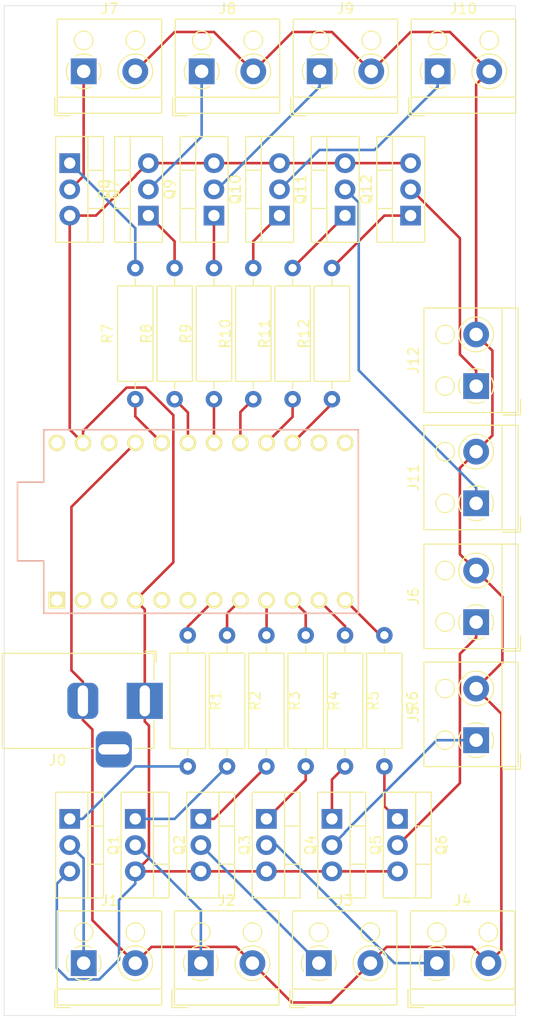
<source format=kicad_pcb>
(kicad_pcb (version 20171130) (host pcbnew "(5.1.2-1)-1")

  (general
    (thickness 1.6)
    (drawings 4)
    (tracks 187)
    (zones 0)
    (modules 38)
    (nets 48)
  )

  (page A4)
  (layers
    (0 F.Cu signal)
    (31 B.Cu signal)
    (32 B.Adhes user)
    (33 F.Adhes user)
    (34 B.Paste user)
    (35 F.Paste user)
    (36 B.SilkS user)
    (37 F.SilkS user)
    (38 B.Mask user)
    (39 F.Mask user)
    (40 Dwgs.User user)
    (41 Cmts.User user)
    (42 Eco1.User user)
    (43 Eco2.User user)
    (44 Edge.Cuts user)
    (45 Margin user)
    (46 B.CrtYd user)
    (47 F.CrtYd user)
    (48 B.Fab user)
    (49 F.Fab user)
  )

  (setup
    (last_trace_width 0.25)
    (trace_clearance 0.2)
    (zone_clearance 0.508)
    (zone_45_only no)
    (trace_min 0.2)
    (via_size 0.8)
    (via_drill 0.4)
    (via_min_size 0.4)
    (via_min_drill 0.3)
    (uvia_size 0.3)
    (uvia_drill 0.1)
    (uvias_allowed no)
    (uvia_min_size 0.2)
    (uvia_min_drill 0.1)
    (edge_width 0.05)
    (segment_width 0.2)
    (pcb_text_width 0.3)
    (pcb_text_size 1.5 1.5)
    (mod_edge_width 0.12)
    (mod_text_size 1 1)
    (mod_text_width 0.15)
    (pad_size 1.524 1.524)
    (pad_drill 0.762)
    (pad_to_mask_clearance 0.051)
    (solder_mask_min_width 0.25)
    (aux_axis_origin 0 0)
    (visible_elements FFFFFF7F)
    (pcbplotparams
      (layerselection 0x010fc_ffffffff)
      (usegerberextensions false)
      (usegerberattributes false)
      (usegerberadvancedattributes false)
      (creategerberjobfile false)
      (excludeedgelayer true)
      (linewidth 0.100000)
      (plotframeref false)
      (viasonmask false)
      (mode 1)
      (useauxorigin false)
      (hpglpennumber 1)
      (hpglpenspeed 20)
      (hpglpendiameter 15.000000)
      (psnegative false)
      (psa4output false)
      (plotreference true)
      (plotvalue true)
      (plotinvisibletext false)
      (padsonsilk false)
      (subtractmaskfromsilk false)
      (outputformat 1)
      (mirror false)
      (drillshape 1)
      (scaleselection 1)
      (outputdirectory ""))
  )

  (net 0 "")
  (net 1 GND)
  (net 2 "Net-(J1-Pad1)")
  (net 3 "Net-(Q1-Pad1)")
  (net 4 "Net-(R1-Pad1)")
  (net 5 +6V)
  (net 6 "Net-(U1-Pad1)")
  (net 7 "Net-(U1-Pad2)")
  (net 8 "Net-(U1-Pad6)")
  (net 9 "Net-(U1-Pad13)")
  (net 10 "Net-(U1-Pad14)")
  (net 11 "Net-(U1-Pad22)")
  (net 12 "Net-(U1-Pad24)")
  (net 13 "Net-(J2-Pad1)")
  (net 14 "Net-(J3-Pad1)")
  (net 15 "Net-(J4-Pad1)")
  (net 16 "Net-(J5-Pad1)")
  (net 17 "Net-(J6-Pad1)")
  (net 18 "Net-(J7-Pad1)")
  (net 19 "Net-(J8-Pad1)")
  (net 20 "Net-(J9-Pad1)")
  (net 21 "Net-(J10-Pad1)")
  (net 22 "Net-(J11-Pad1)")
  (net 23 "Net-(J12-Pad1)")
  (net 24 "Net-(Q2-Pad1)")
  (net 25 "Net-(Q3-Pad1)")
  (net 26 "Net-(Q4-Pad1)")
  (net 27 "Net-(Q5-Pad1)")
  (net 28 "Net-(Q6-Pad1)")
  (net 29 "Net-(Q7-Pad1)")
  (net 30 "Net-(Q8-Pad1)")
  (net 31 "Net-(Q9-Pad1)")
  (net 32 "Net-(Q10-Pad1)")
  (net 33 "Net-(Q11-Pad1)")
  (net 34 "Net-(Q12-Pad1)")
  (net 35 "Net-(R2-Pad1)")
  (net 36 "Net-(R3-Pad1)")
  (net 37 "Net-(R4-Pad1)")
  (net 38 "Net-(R5-Pad1)")
  (net 39 "Net-(R6-Pad1)")
  (net 40 "Net-(R7-Pad1)")
  (net 41 "Net-(R8-Pad1)")
  (net 42 "Net-(R9-Pad1)")
  (net 43 "Net-(R10-Pad1)")
  (net 44 "Net-(R11-Pad1)")
  (net 45 "Net-(R12-Pad1)")
  (net 46 "Net-(U1-Pad3)")
  (net 47 "Net-(U1-Pad5)")

  (net_class Default "This is the default net class."
    (clearance 0.2)
    (trace_width 0.25)
    (via_dia 0.8)
    (via_drill 0.4)
    (uvia_dia 0.3)
    (uvia_drill 0.1)
    (add_net +6V)
    (add_net GND)
    (add_net "Net-(J1-Pad1)")
    (add_net "Net-(J10-Pad1)")
    (add_net "Net-(J11-Pad1)")
    (add_net "Net-(J12-Pad1)")
    (add_net "Net-(J2-Pad1)")
    (add_net "Net-(J3-Pad1)")
    (add_net "Net-(J4-Pad1)")
    (add_net "Net-(J5-Pad1)")
    (add_net "Net-(J6-Pad1)")
    (add_net "Net-(J7-Pad1)")
    (add_net "Net-(J8-Pad1)")
    (add_net "Net-(J9-Pad1)")
    (add_net "Net-(Q1-Pad1)")
    (add_net "Net-(Q10-Pad1)")
    (add_net "Net-(Q11-Pad1)")
    (add_net "Net-(Q12-Pad1)")
    (add_net "Net-(Q2-Pad1)")
    (add_net "Net-(Q3-Pad1)")
    (add_net "Net-(Q4-Pad1)")
    (add_net "Net-(Q5-Pad1)")
    (add_net "Net-(Q6-Pad1)")
    (add_net "Net-(Q7-Pad1)")
    (add_net "Net-(Q8-Pad1)")
    (add_net "Net-(Q9-Pad1)")
    (add_net "Net-(R1-Pad1)")
    (add_net "Net-(R10-Pad1)")
    (add_net "Net-(R11-Pad1)")
    (add_net "Net-(R12-Pad1)")
    (add_net "Net-(R2-Pad1)")
    (add_net "Net-(R3-Pad1)")
    (add_net "Net-(R4-Pad1)")
    (add_net "Net-(R5-Pad1)")
    (add_net "Net-(R6-Pad1)")
    (add_net "Net-(R7-Pad1)")
    (add_net "Net-(R8-Pad1)")
    (add_net "Net-(R9-Pad1)")
    (add_net "Net-(U1-Pad1)")
    (add_net "Net-(U1-Pad13)")
    (add_net "Net-(U1-Pad14)")
    (add_net "Net-(U1-Pad2)")
    (add_net "Net-(U1-Pad22)")
    (add_net "Net-(U1-Pad24)")
    (add_net "Net-(U1-Pad3)")
    (add_net "Net-(U1-Pad5)")
    (add_net "Net-(U1-Pad6)")
  )

  (module Module:ProMicro (layer F.Cu) (tedit 5A06A962) (tstamp 5ECC1893)
    (at 59.71 -89.755)
    (descr "Pro Micro footprint")
    (tags "promicro ProMicro")
    (path /5ED09680)
    (fp_text reference U1 (at 0 -10.16) (layer F.SilkS) hide
      (effects (font (size 1 1) (thickness 0.15)))
    )
    (fp_text value ProMicro (at 0 10.16) (layer F.Fab)
      (effects (font (size 1 1) (thickness 0.15)))
    )
    (fp_line (start 15.24 -8.89) (end 15.24 8.89) (layer B.SilkS) (width 0.15))
    (fp_line (start 15.24 8.89) (end -15.24 8.89) (layer B.SilkS) (width 0.15))
    (fp_line (start -15.24 8.89) (end -15.24 3.81) (layer B.SilkS) (width 0.15))
    (fp_line (start -15.24 3.81) (end -17.78 3.81) (layer B.SilkS) (width 0.15))
    (fp_line (start -17.78 3.81) (end -17.78 -3.81) (layer B.SilkS) (width 0.15))
    (fp_line (start -17.78 -3.81) (end -15.24 -3.81) (layer B.SilkS) (width 0.15))
    (fp_line (start -15.24 -3.81) (end -15.24 -8.89) (layer B.SilkS) (width 0.15))
    (fp_line (start -15.24 -8.89) (end 15.24 -8.89) (layer B.SilkS) (width 0.15))
    (fp_line (start -15.24 8.89) (end 15.24 8.89) (layer F.SilkS) (width 0.15))
    (fp_line (start -15.24 8.89) (end -15.24 3.81) (layer F.SilkS) (width 0.15))
    (fp_line (start -15.24 3.81) (end -17.78 3.81) (layer F.SilkS) (width 0.15))
    (fp_line (start -17.78 3.81) (end -17.78 -3.81) (layer F.SilkS) (width 0.15))
    (fp_line (start -17.78 -3.81) (end -15.24 -3.81) (layer F.SilkS) (width 0.15))
    (fp_line (start -15.24 -3.81) (end -15.24 -8.89) (layer F.SilkS) (width 0.15))
    (fp_line (start -15.24 -8.89) (end 15.24 -8.89) (layer F.SilkS) (width 0.15))
    (fp_line (start 15.24 -8.89) (end 15.24 8.89) (layer F.SilkS) (width 0.15))
    (pad 1 thru_hole rect (at -13.97 7.62) (size 1.6 1.6) (drill 1.1) (layers *.Cu *.Mask F.SilkS)
      (net 6 "Net-(U1-Pad1)"))
    (pad 2 thru_hole circle (at -11.43 7.62) (size 1.6 1.6) (drill 1.1) (layers *.Cu *.Mask F.SilkS)
      (net 7 "Net-(U1-Pad2)"))
    (pad 3 thru_hole circle (at -8.89 7.62) (size 1.6 1.6) (drill 1.1) (layers *.Cu *.Mask F.SilkS)
      (net 46 "Net-(U1-Pad3)"))
    (pad 4 thru_hole circle (at -6.35 7.62) (size 1.6 1.6) (drill 1.1) (layers *.Cu *.Mask F.SilkS)
      (net 1 GND))
    (pad 5 thru_hole circle (at -3.81 7.62) (size 1.6 1.6) (drill 1.1) (layers *.Cu *.Mask F.SilkS)
      (net 47 "Net-(U1-Pad5)"))
    (pad 6 thru_hole circle (at -1.27 7.62) (size 1.6 1.6) (drill 1.1) (layers *.Cu *.Mask F.SilkS)
      (net 8 "Net-(U1-Pad6)"))
    (pad 7 thru_hole circle (at 1.27 7.62) (size 1.6 1.6) (drill 1.1) (layers *.Cu *.Mask F.SilkS)
      (net 4 "Net-(R1-Pad1)"))
    (pad 8 thru_hole circle (at 3.81 7.62) (size 1.6 1.6) (drill 1.1) (layers *.Cu *.Mask F.SilkS)
      (net 35 "Net-(R2-Pad1)"))
    (pad 9 thru_hole circle (at 6.35 7.62) (size 1.6 1.6) (drill 1.1) (layers *.Cu *.Mask F.SilkS)
      (net 36 "Net-(R3-Pad1)"))
    (pad 10 thru_hole circle (at 8.89 7.62) (size 1.6 1.6) (drill 1.1) (layers *.Cu *.Mask F.SilkS)
      (net 37 "Net-(R4-Pad1)"))
    (pad 11 thru_hole circle (at 11.43 7.62) (size 1.6 1.6) (drill 1.1) (layers *.Cu *.Mask F.SilkS)
      (net 38 "Net-(R5-Pad1)"))
    (pad 12 thru_hole circle (at 13.97 7.62) (size 1.6 1.6) (drill 1.1) (layers *.Cu *.Mask F.SilkS)
      (net 39 "Net-(R6-Pad1)"))
    (pad 13 thru_hole circle (at 13.97 -7.62) (size 1.6 1.6) (drill 1.1) (layers *.Cu *.Mask F.SilkS)
      (net 9 "Net-(U1-Pad13)"))
    (pad 14 thru_hole circle (at 11.43 -7.62) (size 1.6 1.6) (drill 1.1) (layers *.Cu *.Mask F.SilkS)
      (net 10 "Net-(U1-Pad14)"))
    (pad 15 thru_hole circle (at 8.89 -7.62) (size 1.6 1.6) (drill 1.1) (layers *.Cu *.Mask F.SilkS)
      (net 45 "Net-(R12-Pad1)"))
    (pad 16 thru_hole circle (at 6.35 -7.62) (size 1.6 1.6) (drill 1.1) (layers *.Cu *.Mask F.SilkS)
      (net 44 "Net-(R11-Pad1)"))
    (pad 17 thru_hole circle (at 3.81 -7.62) (size 1.6 1.6) (drill 1.1) (layers *.Cu *.Mask F.SilkS)
      (net 43 "Net-(R10-Pad1)"))
    (pad 18 thru_hole circle (at 1.27 -7.62) (size 1.6 1.6) (drill 1.1) (layers *.Cu *.Mask F.SilkS)
      (net 42 "Net-(R9-Pad1)"))
    (pad 19 thru_hole circle (at -1.27 -7.62) (size 1.6 1.6) (drill 1.1) (layers *.Cu *.Mask F.SilkS)
      (net 41 "Net-(R8-Pad1)"))
    (pad 20 thru_hole circle (at -3.81 -7.62) (size 1.6 1.6) (drill 1.1) (layers *.Cu *.Mask F.SilkS)
      (net 40 "Net-(R7-Pad1)"))
    (pad 21 thru_hole circle (at -6.35 -7.62) (size 1.6 1.6) (drill 1.1) (layers *.Cu *.Mask F.SilkS)
      (net 5 +6V))
    (pad 22 thru_hole circle (at -8.89 -7.62) (size 1.6 1.6) (drill 1.1) (layers *.Cu *.Mask F.SilkS)
      (net 11 "Net-(U1-Pad22)"))
    (pad 23 thru_hole circle (at -11.43 -7.62) (size 1.6 1.6) (drill 1.1) (layers *.Cu *.Mask F.SilkS)
      (net 1 GND))
    (pad 24 thru_hole circle (at -13.97 -7.62) (size 1.6 1.6) (drill 1.1) (layers *.Cu *.Mask F.SilkS)
      (net 12 "Net-(U1-Pad24)"))
  )

  (module Resistor_THT:R_Axial_DIN0309_L9.0mm_D3.2mm_P12.70mm_Horizontal (layer F.Cu) (tedit 5AE5139B) (tstamp 5ECC1D5D)
    (at 72.39 -101.6 90)
    (descr "Resistor, Axial_DIN0309 series, Axial, Horizontal, pin pitch=12.7mm, 0.5W = 1/2W, length*diameter=9*3.2mm^2, http://cdn-reichelt.de/documents/datenblatt/B400/1_4W%23YAG.pdf")
    (tags "Resistor Axial_DIN0309 series Axial Horizontal pin pitch 12.7mm 0.5W = 1/2W length 9mm diameter 3.2mm")
    (path /5ED0C30B)
    (fp_text reference R12 (at 6.35 -2.72 90) (layer F.SilkS)
      (effects (font (size 1 1) (thickness 0.15)))
    )
    (fp_text value 2200 (at 6.35 2.72 90) (layer F.Fab)
      (effects (font (size 1 1) (thickness 0.15)))
    )
    (fp_text user %R (at 6.35 0 90) (layer F.Fab)
      (effects (font (size 1 1) (thickness 0.15)))
    )
    (fp_line (start 13.75 -1.85) (end -1.05 -1.85) (layer F.CrtYd) (width 0.05))
    (fp_line (start 13.75 1.85) (end 13.75 -1.85) (layer F.CrtYd) (width 0.05))
    (fp_line (start -1.05 1.85) (end 13.75 1.85) (layer F.CrtYd) (width 0.05))
    (fp_line (start -1.05 -1.85) (end -1.05 1.85) (layer F.CrtYd) (width 0.05))
    (fp_line (start 11.66 0) (end 10.97 0) (layer F.SilkS) (width 0.12))
    (fp_line (start 1.04 0) (end 1.73 0) (layer F.SilkS) (width 0.12))
    (fp_line (start 10.97 -1.72) (end 1.73 -1.72) (layer F.SilkS) (width 0.12))
    (fp_line (start 10.97 1.72) (end 10.97 -1.72) (layer F.SilkS) (width 0.12))
    (fp_line (start 1.73 1.72) (end 10.97 1.72) (layer F.SilkS) (width 0.12))
    (fp_line (start 1.73 -1.72) (end 1.73 1.72) (layer F.SilkS) (width 0.12))
    (fp_line (start 12.7 0) (end 10.85 0) (layer F.Fab) (width 0.1))
    (fp_line (start 0 0) (end 1.85 0) (layer F.Fab) (width 0.1))
    (fp_line (start 10.85 -1.6) (end 1.85 -1.6) (layer F.Fab) (width 0.1))
    (fp_line (start 10.85 1.6) (end 10.85 -1.6) (layer F.Fab) (width 0.1))
    (fp_line (start 1.85 1.6) (end 10.85 1.6) (layer F.Fab) (width 0.1))
    (fp_line (start 1.85 -1.6) (end 1.85 1.6) (layer F.Fab) (width 0.1))
    (pad 2 thru_hole oval (at 12.7 0 90) (size 1.6 1.6) (drill 0.8) (layers *.Cu *.Mask)
      (net 34 "Net-(Q12-Pad1)"))
    (pad 1 thru_hole circle (at 0 0 90) (size 1.6 1.6) (drill 0.8) (layers *.Cu *.Mask)
      (net 45 "Net-(R12-Pad1)"))
    (model ${KISYS3DMOD}/Resistor_THT.3dshapes/R_Axial_DIN0309_L9.0mm_D3.2mm_P12.70mm_Horizontal.wrl
      (at (xyz 0 0 0))
      (scale (xyz 1 1 1))
      (rotate (xyz 0 0 0))
    )
  )

  (module Resistor_THT:R_Axial_DIN0309_L9.0mm_D3.2mm_P12.70mm_Horizontal (layer F.Cu) (tedit 5AE5139B) (tstamp 5ECC2792)
    (at 68.58 -101.6 90)
    (descr "Resistor, Axial_DIN0309 series, Axial, Horizontal, pin pitch=12.7mm, 0.5W = 1/2W, length*diameter=9*3.2mm^2, http://cdn-reichelt.de/documents/datenblatt/B400/1_4W%23YAG.pdf")
    (tags "Resistor Axial_DIN0309 series Axial Horizontal pin pitch 12.7mm 0.5W = 1/2W length 9mm diameter 3.2mm")
    (path /5ED0C2E7)
    (fp_text reference R11 (at 6.35 -2.72 90) (layer F.SilkS)
      (effects (font (size 1 1) (thickness 0.15)))
    )
    (fp_text value 2200 (at 6.35 2.72 90) (layer F.Fab)
      (effects (font (size 1 1) (thickness 0.15)))
    )
    (fp_text user %R (at 6.35 0 90) (layer F.Fab)
      (effects (font (size 1 1) (thickness 0.15)))
    )
    (fp_line (start 13.75 -1.85) (end -1.05 -1.85) (layer F.CrtYd) (width 0.05))
    (fp_line (start 13.75 1.85) (end 13.75 -1.85) (layer F.CrtYd) (width 0.05))
    (fp_line (start -1.05 1.85) (end 13.75 1.85) (layer F.CrtYd) (width 0.05))
    (fp_line (start -1.05 -1.85) (end -1.05 1.85) (layer F.CrtYd) (width 0.05))
    (fp_line (start 11.66 0) (end 10.97 0) (layer F.SilkS) (width 0.12))
    (fp_line (start 1.04 0) (end 1.73 0) (layer F.SilkS) (width 0.12))
    (fp_line (start 10.97 -1.72) (end 1.73 -1.72) (layer F.SilkS) (width 0.12))
    (fp_line (start 10.97 1.72) (end 10.97 -1.72) (layer F.SilkS) (width 0.12))
    (fp_line (start 1.73 1.72) (end 10.97 1.72) (layer F.SilkS) (width 0.12))
    (fp_line (start 1.73 -1.72) (end 1.73 1.72) (layer F.SilkS) (width 0.12))
    (fp_line (start 12.7 0) (end 10.85 0) (layer F.Fab) (width 0.1))
    (fp_line (start 0 0) (end 1.85 0) (layer F.Fab) (width 0.1))
    (fp_line (start 10.85 -1.6) (end 1.85 -1.6) (layer F.Fab) (width 0.1))
    (fp_line (start 10.85 1.6) (end 10.85 -1.6) (layer F.Fab) (width 0.1))
    (fp_line (start 1.85 1.6) (end 10.85 1.6) (layer F.Fab) (width 0.1))
    (fp_line (start 1.85 -1.6) (end 1.85 1.6) (layer F.Fab) (width 0.1))
    (pad 2 thru_hole oval (at 12.7 0 90) (size 1.6 1.6) (drill 0.8) (layers *.Cu *.Mask)
      (net 33 "Net-(Q11-Pad1)"))
    (pad 1 thru_hole circle (at 0 0 90) (size 1.6 1.6) (drill 0.8) (layers *.Cu *.Mask)
      (net 44 "Net-(R11-Pad1)"))
    (model ${KISYS3DMOD}/Resistor_THT.3dshapes/R_Axial_DIN0309_L9.0mm_D3.2mm_P12.70mm_Horizontal.wrl
      (at (xyz 0 0 0))
      (scale (xyz 1 1 1))
      (rotate (xyz 0 0 0))
    )
  )

  (module Resistor_THT:R_Axial_DIN0309_L9.0mm_D3.2mm_P12.70mm_Horizontal (layer F.Cu) (tedit 5AE5139B) (tstamp 5ECC1839)
    (at 64.77 -101.6 90)
    (descr "Resistor, Axial_DIN0309 series, Axial, Horizontal, pin pitch=12.7mm, 0.5W = 1/2W, length*diameter=9*3.2mm^2, http://cdn-reichelt.de/documents/datenblatt/B400/1_4W%23YAG.pdf")
    (tags "Resistor Axial_DIN0309 series Axial Horizontal pin pitch 12.7mm 0.5W = 1/2W length 9mm diameter 3.2mm")
    (path /5ED0C2E1)
    (fp_text reference R10 (at 6.35 -2.72 90) (layer F.SilkS)
      (effects (font (size 1 1) (thickness 0.15)))
    )
    (fp_text value 2200 (at 6.35 2.72 90) (layer F.Fab)
      (effects (font (size 1 1) (thickness 0.15)))
    )
    (fp_text user %R (at 6.35 0 90) (layer F.Fab)
      (effects (font (size 1 1) (thickness 0.15)))
    )
    (fp_line (start 13.75 -1.85) (end -1.05 -1.85) (layer F.CrtYd) (width 0.05))
    (fp_line (start 13.75 1.85) (end 13.75 -1.85) (layer F.CrtYd) (width 0.05))
    (fp_line (start -1.05 1.85) (end 13.75 1.85) (layer F.CrtYd) (width 0.05))
    (fp_line (start -1.05 -1.85) (end -1.05 1.85) (layer F.CrtYd) (width 0.05))
    (fp_line (start 11.66 0) (end 10.97 0) (layer F.SilkS) (width 0.12))
    (fp_line (start 1.04 0) (end 1.73 0) (layer F.SilkS) (width 0.12))
    (fp_line (start 10.97 -1.72) (end 1.73 -1.72) (layer F.SilkS) (width 0.12))
    (fp_line (start 10.97 1.72) (end 10.97 -1.72) (layer F.SilkS) (width 0.12))
    (fp_line (start 1.73 1.72) (end 10.97 1.72) (layer F.SilkS) (width 0.12))
    (fp_line (start 1.73 -1.72) (end 1.73 1.72) (layer F.SilkS) (width 0.12))
    (fp_line (start 12.7 0) (end 10.85 0) (layer F.Fab) (width 0.1))
    (fp_line (start 0 0) (end 1.85 0) (layer F.Fab) (width 0.1))
    (fp_line (start 10.85 -1.6) (end 1.85 -1.6) (layer F.Fab) (width 0.1))
    (fp_line (start 10.85 1.6) (end 10.85 -1.6) (layer F.Fab) (width 0.1))
    (fp_line (start 1.85 1.6) (end 10.85 1.6) (layer F.Fab) (width 0.1))
    (fp_line (start 1.85 -1.6) (end 1.85 1.6) (layer F.Fab) (width 0.1))
    (pad 2 thru_hole oval (at 12.7 0 90) (size 1.6 1.6) (drill 0.8) (layers *.Cu *.Mask)
      (net 32 "Net-(Q10-Pad1)"))
    (pad 1 thru_hole circle (at 0 0 90) (size 1.6 1.6) (drill 0.8) (layers *.Cu *.Mask)
      (net 43 "Net-(R10-Pad1)"))
    (model ${KISYS3DMOD}/Resistor_THT.3dshapes/R_Axial_DIN0309_L9.0mm_D3.2mm_P12.70mm_Horizontal.wrl
      (at (xyz 0 0 0))
      (scale (xyz 1 1 1))
      (rotate (xyz 0 0 0))
    )
  )

  (module Resistor_THT:R_Axial_DIN0309_L9.0mm_D3.2mm_P12.70mm_Horizontal (layer F.Cu) (tedit 5AE5139B) (tstamp 5ECC1822)
    (at 60.96 -101.6 90)
    (descr "Resistor, Axial_DIN0309 series, Axial, Horizontal, pin pitch=12.7mm, 0.5W = 1/2W, length*diameter=9*3.2mm^2, http://cdn-reichelt.de/documents/datenblatt/B400/1_4W%23YAG.pdf")
    (tags "Resistor Axial_DIN0309 series Axial Horizontal pin pitch 12.7mm 0.5W = 1/2W length 9mm diameter 3.2mm")
    (path /5ED0C2BF)
    (fp_text reference R9 (at 6.35 -2.72 90) (layer F.SilkS)
      (effects (font (size 1 1) (thickness 0.15)))
    )
    (fp_text value 2200 (at 6.35 2.72 90) (layer F.Fab)
      (effects (font (size 1 1) (thickness 0.15)))
    )
    (fp_text user %R (at 6.35 0 90) (layer F.Fab)
      (effects (font (size 1 1) (thickness 0.15)))
    )
    (fp_line (start 13.75 -1.85) (end -1.05 -1.85) (layer F.CrtYd) (width 0.05))
    (fp_line (start 13.75 1.85) (end 13.75 -1.85) (layer F.CrtYd) (width 0.05))
    (fp_line (start -1.05 1.85) (end 13.75 1.85) (layer F.CrtYd) (width 0.05))
    (fp_line (start -1.05 -1.85) (end -1.05 1.85) (layer F.CrtYd) (width 0.05))
    (fp_line (start 11.66 0) (end 10.97 0) (layer F.SilkS) (width 0.12))
    (fp_line (start 1.04 0) (end 1.73 0) (layer F.SilkS) (width 0.12))
    (fp_line (start 10.97 -1.72) (end 1.73 -1.72) (layer F.SilkS) (width 0.12))
    (fp_line (start 10.97 1.72) (end 10.97 -1.72) (layer F.SilkS) (width 0.12))
    (fp_line (start 1.73 1.72) (end 10.97 1.72) (layer F.SilkS) (width 0.12))
    (fp_line (start 1.73 -1.72) (end 1.73 1.72) (layer F.SilkS) (width 0.12))
    (fp_line (start 12.7 0) (end 10.85 0) (layer F.Fab) (width 0.1))
    (fp_line (start 0 0) (end 1.85 0) (layer F.Fab) (width 0.1))
    (fp_line (start 10.85 -1.6) (end 1.85 -1.6) (layer F.Fab) (width 0.1))
    (fp_line (start 10.85 1.6) (end 10.85 -1.6) (layer F.Fab) (width 0.1))
    (fp_line (start 1.85 1.6) (end 10.85 1.6) (layer F.Fab) (width 0.1))
    (fp_line (start 1.85 -1.6) (end 1.85 1.6) (layer F.Fab) (width 0.1))
    (pad 2 thru_hole oval (at 12.7 0 90) (size 1.6 1.6) (drill 0.8) (layers *.Cu *.Mask)
      (net 31 "Net-(Q9-Pad1)"))
    (pad 1 thru_hole circle (at 0 0 90) (size 1.6 1.6) (drill 0.8) (layers *.Cu *.Mask)
      (net 42 "Net-(R9-Pad1)"))
    (model ${KISYS3DMOD}/Resistor_THT.3dshapes/R_Axial_DIN0309_L9.0mm_D3.2mm_P12.70mm_Horizontal.wrl
      (at (xyz 0 0 0))
      (scale (xyz 1 1 1))
      (rotate (xyz 0 0 0))
    )
  )

  (module Resistor_THT:R_Axial_DIN0309_L9.0mm_D3.2mm_P12.70mm_Horizontal (layer F.Cu) (tedit 5AE5139B) (tstamp 5ECC180B)
    (at 57.15 -101.6 90)
    (descr "Resistor, Axial_DIN0309 series, Axial, Horizontal, pin pitch=12.7mm, 0.5W = 1/2W, length*diameter=9*3.2mm^2, http://cdn-reichelt.de/documents/datenblatt/B400/1_4W%23YAG.pdf")
    (tags "Resistor Axial_DIN0309 series Axial Horizontal pin pitch 12.7mm 0.5W = 1/2W length 9mm diameter 3.2mm")
    (path /5ECE638A)
    (fp_text reference R8 (at 6.35 -2.72 90) (layer F.SilkS)
      (effects (font (size 1 1) (thickness 0.15)))
    )
    (fp_text value 2200 (at 6.35 2.72 90) (layer F.Fab)
      (effects (font (size 1 1) (thickness 0.15)))
    )
    (fp_text user %R (at 6.35 0 90) (layer F.Fab)
      (effects (font (size 1 1) (thickness 0.15)))
    )
    (fp_line (start 13.75 -1.85) (end -1.05 -1.85) (layer F.CrtYd) (width 0.05))
    (fp_line (start 13.75 1.85) (end 13.75 -1.85) (layer F.CrtYd) (width 0.05))
    (fp_line (start -1.05 1.85) (end 13.75 1.85) (layer F.CrtYd) (width 0.05))
    (fp_line (start -1.05 -1.85) (end -1.05 1.85) (layer F.CrtYd) (width 0.05))
    (fp_line (start 11.66 0) (end 10.97 0) (layer F.SilkS) (width 0.12))
    (fp_line (start 1.04 0) (end 1.73 0) (layer F.SilkS) (width 0.12))
    (fp_line (start 10.97 -1.72) (end 1.73 -1.72) (layer F.SilkS) (width 0.12))
    (fp_line (start 10.97 1.72) (end 10.97 -1.72) (layer F.SilkS) (width 0.12))
    (fp_line (start 1.73 1.72) (end 10.97 1.72) (layer F.SilkS) (width 0.12))
    (fp_line (start 1.73 -1.72) (end 1.73 1.72) (layer F.SilkS) (width 0.12))
    (fp_line (start 12.7 0) (end 10.85 0) (layer F.Fab) (width 0.1))
    (fp_line (start 0 0) (end 1.85 0) (layer F.Fab) (width 0.1))
    (fp_line (start 10.85 -1.6) (end 1.85 -1.6) (layer F.Fab) (width 0.1))
    (fp_line (start 10.85 1.6) (end 10.85 -1.6) (layer F.Fab) (width 0.1))
    (fp_line (start 1.85 1.6) (end 10.85 1.6) (layer F.Fab) (width 0.1))
    (fp_line (start 1.85 -1.6) (end 1.85 1.6) (layer F.Fab) (width 0.1))
    (pad 2 thru_hole oval (at 12.7 0 90) (size 1.6 1.6) (drill 0.8) (layers *.Cu *.Mask)
      (net 30 "Net-(Q8-Pad1)"))
    (pad 1 thru_hole circle (at 0 0 90) (size 1.6 1.6) (drill 0.8) (layers *.Cu *.Mask)
      (net 41 "Net-(R8-Pad1)"))
    (model ${KISYS3DMOD}/Resistor_THT.3dshapes/R_Axial_DIN0309_L9.0mm_D3.2mm_P12.70mm_Horizontal.wrl
      (at (xyz 0 0 0))
      (scale (xyz 1 1 1))
      (rotate (xyz 0 0 0))
    )
  )

  (module Resistor_THT:R_Axial_DIN0309_L9.0mm_D3.2mm_P12.70mm_Horizontal (layer F.Cu) (tedit 5AE5139B) (tstamp 5ECC17F4)
    (at 53.34 -101.6 90)
    (descr "Resistor, Axial_DIN0309 series, Axial, Horizontal, pin pitch=12.7mm, 0.5W = 1/2W, length*diameter=9*3.2mm^2, http://cdn-reichelt.de/documents/datenblatt/B400/1_4W%23YAG.pdf")
    (tags "Resistor Axial_DIN0309 series Axial Horizontal pin pitch 12.7mm 0.5W = 1/2W length 9mm diameter 3.2mm")
    (path /5ECE6365)
    (fp_text reference R7 (at 6.35 -2.72 90) (layer F.SilkS)
      (effects (font (size 1 1) (thickness 0.15)))
    )
    (fp_text value 2200 (at 6.35 2.72 90) (layer F.Fab)
      (effects (font (size 1 1) (thickness 0.15)))
    )
    (fp_text user %R (at 6.35 0 90) (layer F.Fab)
      (effects (font (size 1 1) (thickness 0.15)))
    )
    (fp_line (start 13.75 -1.85) (end -1.05 -1.85) (layer F.CrtYd) (width 0.05))
    (fp_line (start 13.75 1.85) (end 13.75 -1.85) (layer F.CrtYd) (width 0.05))
    (fp_line (start -1.05 1.85) (end 13.75 1.85) (layer F.CrtYd) (width 0.05))
    (fp_line (start -1.05 -1.85) (end -1.05 1.85) (layer F.CrtYd) (width 0.05))
    (fp_line (start 11.66 0) (end 10.97 0) (layer F.SilkS) (width 0.12))
    (fp_line (start 1.04 0) (end 1.73 0) (layer F.SilkS) (width 0.12))
    (fp_line (start 10.97 -1.72) (end 1.73 -1.72) (layer F.SilkS) (width 0.12))
    (fp_line (start 10.97 1.72) (end 10.97 -1.72) (layer F.SilkS) (width 0.12))
    (fp_line (start 1.73 1.72) (end 10.97 1.72) (layer F.SilkS) (width 0.12))
    (fp_line (start 1.73 -1.72) (end 1.73 1.72) (layer F.SilkS) (width 0.12))
    (fp_line (start 12.7 0) (end 10.85 0) (layer F.Fab) (width 0.1))
    (fp_line (start 0 0) (end 1.85 0) (layer F.Fab) (width 0.1))
    (fp_line (start 10.85 -1.6) (end 1.85 -1.6) (layer F.Fab) (width 0.1))
    (fp_line (start 10.85 1.6) (end 10.85 -1.6) (layer F.Fab) (width 0.1))
    (fp_line (start 1.85 1.6) (end 10.85 1.6) (layer F.Fab) (width 0.1))
    (fp_line (start 1.85 -1.6) (end 1.85 1.6) (layer F.Fab) (width 0.1))
    (pad 2 thru_hole oval (at 12.7 0 90) (size 1.6 1.6) (drill 0.8) (layers *.Cu *.Mask)
      (net 29 "Net-(Q7-Pad1)"))
    (pad 1 thru_hole circle (at 0 0 90) (size 1.6 1.6) (drill 0.8) (layers *.Cu *.Mask)
      (net 40 "Net-(R7-Pad1)"))
    (model ${KISYS3DMOD}/Resistor_THT.3dshapes/R_Axial_DIN0309_L9.0mm_D3.2mm_P12.70mm_Horizontal.wrl
      (at (xyz 0 0 0))
      (scale (xyz 1 1 1))
      (rotate (xyz 0 0 0))
    )
  )

  (module Resistor_THT:R_Axial_DIN0309_L9.0mm_D3.2mm_P12.70mm_Horizontal (layer F.Cu) (tedit 5AE5139B) (tstamp 5ECC17DD)
    (at 77.47 -78.74 270)
    (descr "Resistor, Axial_DIN0309 series, Axial, Horizontal, pin pitch=12.7mm, 0.5W = 1/2W, length*diameter=9*3.2mm^2, http://cdn-reichelt.de/documents/datenblatt/B400/1_4W%23YAG.pdf")
    (tags "Resistor Axial_DIN0309 series Axial Horizontal pin pitch 12.7mm 0.5W = 1/2W length 9mm diameter 3.2mm")
    (path /5ECE1D8D)
    (fp_text reference R6 (at 6.35 -2.72 90) (layer F.SilkS)
      (effects (font (size 1 1) (thickness 0.15)))
    )
    (fp_text value 2200 (at 6.35 2.72 90) (layer F.Fab)
      (effects (font (size 1 1) (thickness 0.15)))
    )
    (fp_text user %R (at 6.35 0 90) (layer F.Fab)
      (effects (font (size 1 1) (thickness 0.15)))
    )
    (fp_line (start 13.75 -1.85) (end -1.05 -1.85) (layer F.CrtYd) (width 0.05))
    (fp_line (start 13.75 1.85) (end 13.75 -1.85) (layer F.CrtYd) (width 0.05))
    (fp_line (start -1.05 1.85) (end 13.75 1.85) (layer F.CrtYd) (width 0.05))
    (fp_line (start -1.05 -1.85) (end -1.05 1.85) (layer F.CrtYd) (width 0.05))
    (fp_line (start 11.66 0) (end 10.97 0) (layer F.SilkS) (width 0.12))
    (fp_line (start 1.04 0) (end 1.73 0) (layer F.SilkS) (width 0.12))
    (fp_line (start 10.97 -1.72) (end 1.73 -1.72) (layer F.SilkS) (width 0.12))
    (fp_line (start 10.97 1.72) (end 10.97 -1.72) (layer F.SilkS) (width 0.12))
    (fp_line (start 1.73 1.72) (end 10.97 1.72) (layer F.SilkS) (width 0.12))
    (fp_line (start 1.73 -1.72) (end 1.73 1.72) (layer F.SilkS) (width 0.12))
    (fp_line (start 12.7 0) (end 10.85 0) (layer F.Fab) (width 0.1))
    (fp_line (start 0 0) (end 1.85 0) (layer F.Fab) (width 0.1))
    (fp_line (start 10.85 -1.6) (end 1.85 -1.6) (layer F.Fab) (width 0.1))
    (fp_line (start 10.85 1.6) (end 10.85 -1.6) (layer F.Fab) (width 0.1))
    (fp_line (start 1.85 1.6) (end 10.85 1.6) (layer F.Fab) (width 0.1))
    (fp_line (start 1.85 -1.6) (end 1.85 1.6) (layer F.Fab) (width 0.1))
    (pad 2 thru_hole oval (at 12.7 0 270) (size 1.6 1.6) (drill 0.8) (layers *.Cu *.Mask)
      (net 28 "Net-(Q6-Pad1)"))
    (pad 1 thru_hole circle (at 0 0 270) (size 1.6 1.6) (drill 0.8) (layers *.Cu *.Mask)
      (net 39 "Net-(R6-Pad1)"))
    (model ${KISYS3DMOD}/Resistor_THT.3dshapes/R_Axial_DIN0309_L9.0mm_D3.2mm_P12.70mm_Horizontal.wrl
      (at (xyz 0 0 0))
      (scale (xyz 1 1 1))
      (rotate (xyz 0 0 0))
    )
  )

  (module Resistor_THT:R_Axial_DIN0309_L9.0mm_D3.2mm_P12.70mm_Horizontal (layer F.Cu) (tedit 5AE5139B) (tstamp 5ECC17C6)
    (at 73.66 -78.74 270)
    (descr "Resistor, Axial_DIN0309 series, Axial, Horizontal, pin pitch=12.7mm, 0.5W = 1/2W, length*diameter=9*3.2mm^2, http://cdn-reichelt.de/documents/datenblatt/B400/1_4W%23YAG.pdf")
    (tags "Resistor Axial_DIN0309 series Axial Horizontal pin pitch 12.7mm 0.5W = 1/2W length 9mm diameter 3.2mm")
    (path /5ECE1D68)
    (fp_text reference R5 (at 6.35 -2.72 90) (layer F.SilkS)
      (effects (font (size 1 1) (thickness 0.15)))
    )
    (fp_text value 2200 (at 6.35 2.72 90) (layer F.Fab)
      (effects (font (size 1 1) (thickness 0.15)))
    )
    (fp_text user %R (at 6.35 0 90) (layer F.Fab)
      (effects (font (size 1 1) (thickness 0.15)))
    )
    (fp_line (start 13.75 -1.85) (end -1.05 -1.85) (layer F.CrtYd) (width 0.05))
    (fp_line (start 13.75 1.85) (end 13.75 -1.85) (layer F.CrtYd) (width 0.05))
    (fp_line (start -1.05 1.85) (end 13.75 1.85) (layer F.CrtYd) (width 0.05))
    (fp_line (start -1.05 -1.85) (end -1.05 1.85) (layer F.CrtYd) (width 0.05))
    (fp_line (start 11.66 0) (end 10.97 0) (layer F.SilkS) (width 0.12))
    (fp_line (start 1.04 0) (end 1.73 0) (layer F.SilkS) (width 0.12))
    (fp_line (start 10.97 -1.72) (end 1.73 -1.72) (layer F.SilkS) (width 0.12))
    (fp_line (start 10.97 1.72) (end 10.97 -1.72) (layer F.SilkS) (width 0.12))
    (fp_line (start 1.73 1.72) (end 10.97 1.72) (layer F.SilkS) (width 0.12))
    (fp_line (start 1.73 -1.72) (end 1.73 1.72) (layer F.SilkS) (width 0.12))
    (fp_line (start 12.7 0) (end 10.85 0) (layer F.Fab) (width 0.1))
    (fp_line (start 0 0) (end 1.85 0) (layer F.Fab) (width 0.1))
    (fp_line (start 10.85 -1.6) (end 1.85 -1.6) (layer F.Fab) (width 0.1))
    (fp_line (start 10.85 1.6) (end 10.85 -1.6) (layer F.Fab) (width 0.1))
    (fp_line (start 1.85 1.6) (end 10.85 1.6) (layer F.Fab) (width 0.1))
    (fp_line (start 1.85 -1.6) (end 1.85 1.6) (layer F.Fab) (width 0.1))
    (pad 2 thru_hole oval (at 12.7 0 270) (size 1.6 1.6) (drill 0.8) (layers *.Cu *.Mask)
      (net 27 "Net-(Q5-Pad1)"))
    (pad 1 thru_hole circle (at 0 0 270) (size 1.6 1.6) (drill 0.8) (layers *.Cu *.Mask)
      (net 38 "Net-(R5-Pad1)"))
    (model ${KISYS3DMOD}/Resistor_THT.3dshapes/R_Axial_DIN0309_L9.0mm_D3.2mm_P12.70mm_Horizontal.wrl
      (at (xyz 0 0 0))
      (scale (xyz 1 1 1))
      (rotate (xyz 0 0 0))
    )
  )

  (module Resistor_THT:R_Axial_DIN0309_L9.0mm_D3.2mm_P12.70mm_Horizontal (layer F.Cu) (tedit 5AE5139B) (tstamp 5ECC17AF)
    (at 69.85 -78.74 270)
    (descr "Resistor, Axial_DIN0309 series, Axial, Horizontal, pin pitch=12.7mm, 0.5W = 1/2W, length*diameter=9*3.2mm^2, http://cdn-reichelt.de/documents/datenblatt/B400/1_4W%23YAG.pdf")
    (tags "Resistor Axial_DIN0309 series Axial Horizontal pin pitch 12.7mm 0.5W = 1/2W length 9mm diameter 3.2mm")
    (path /5ECDE986)
    (fp_text reference R4 (at 6.35 -2.72 90) (layer F.SilkS)
      (effects (font (size 1 1) (thickness 0.15)))
    )
    (fp_text value 2200 (at 6.35 2.72 90) (layer F.Fab)
      (effects (font (size 1 1) (thickness 0.15)))
    )
    (fp_text user %R (at 6.35 0 90) (layer F.Fab)
      (effects (font (size 1 1) (thickness 0.15)))
    )
    (fp_line (start 13.75 -1.85) (end -1.05 -1.85) (layer F.CrtYd) (width 0.05))
    (fp_line (start 13.75 1.85) (end 13.75 -1.85) (layer F.CrtYd) (width 0.05))
    (fp_line (start -1.05 1.85) (end 13.75 1.85) (layer F.CrtYd) (width 0.05))
    (fp_line (start -1.05 -1.85) (end -1.05 1.85) (layer F.CrtYd) (width 0.05))
    (fp_line (start 11.66 0) (end 10.97 0) (layer F.SilkS) (width 0.12))
    (fp_line (start 1.04 0) (end 1.73 0) (layer F.SilkS) (width 0.12))
    (fp_line (start 10.97 -1.72) (end 1.73 -1.72) (layer F.SilkS) (width 0.12))
    (fp_line (start 10.97 1.72) (end 10.97 -1.72) (layer F.SilkS) (width 0.12))
    (fp_line (start 1.73 1.72) (end 10.97 1.72) (layer F.SilkS) (width 0.12))
    (fp_line (start 1.73 -1.72) (end 1.73 1.72) (layer F.SilkS) (width 0.12))
    (fp_line (start 12.7 0) (end 10.85 0) (layer F.Fab) (width 0.1))
    (fp_line (start 0 0) (end 1.85 0) (layer F.Fab) (width 0.1))
    (fp_line (start 10.85 -1.6) (end 1.85 -1.6) (layer F.Fab) (width 0.1))
    (fp_line (start 10.85 1.6) (end 10.85 -1.6) (layer F.Fab) (width 0.1))
    (fp_line (start 1.85 1.6) (end 10.85 1.6) (layer F.Fab) (width 0.1))
    (fp_line (start 1.85 -1.6) (end 1.85 1.6) (layer F.Fab) (width 0.1))
    (pad 2 thru_hole oval (at 12.7 0 270) (size 1.6 1.6) (drill 0.8) (layers *.Cu *.Mask)
      (net 26 "Net-(Q4-Pad1)"))
    (pad 1 thru_hole circle (at 0 0 270) (size 1.6 1.6) (drill 0.8) (layers *.Cu *.Mask)
      (net 37 "Net-(R4-Pad1)"))
    (model ${KISYS3DMOD}/Resistor_THT.3dshapes/R_Axial_DIN0309_L9.0mm_D3.2mm_P12.70mm_Horizontal.wrl
      (at (xyz 0 0 0))
      (scale (xyz 1 1 1))
      (rotate (xyz 0 0 0))
    )
  )

  (module Resistor_THT:R_Axial_DIN0309_L9.0mm_D3.2mm_P12.70mm_Horizontal (layer F.Cu) (tedit 5AE5139B) (tstamp 5ECC1798)
    (at 66.04 -78.74 270)
    (descr "Resistor, Axial_DIN0309 series, Axial, Horizontal, pin pitch=12.7mm, 0.5W = 1/2W, length*diameter=9*3.2mm^2, http://cdn-reichelt.de/documents/datenblatt/B400/1_4W%23YAG.pdf")
    (tags "Resistor Axial_DIN0309 series Axial Horizontal pin pitch 12.7mm 0.5W = 1/2W length 9mm diameter 3.2mm")
    (path /5ECDE961)
    (fp_text reference R3 (at 6.35 -2.72 90) (layer F.SilkS)
      (effects (font (size 1 1) (thickness 0.15)))
    )
    (fp_text value 2200 (at 6.35 2.72 90) (layer F.Fab)
      (effects (font (size 1 1) (thickness 0.15)))
    )
    (fp_text user %R (at 6.35 0 90) (layer F.Fab)
      (effects (font (size 1 1) (thickness 0.15)))
    )
    (fp_line (start 13.75 -1.85) (end -1.05 -1.85) (layer F.CrtYd) (width 0.05))
    (fp_line (start 13.75 1.85) (end 13.75 -1.85) (layer F.CrtYd) (width 0.05))
    (fp_line (start -1.05 1.85) (end 13.75 1.85) (layer F.CrtYd) (width 0.05))
    (fp_line (start -1.05 -1.85) (end -1.05 1.85) (layer F.CrtYd) (width 0.05))
    (fp_line (start 11.66 0) (end 10.97 0) (layer F.SilkS) (width 0.12))
    (fp_line (start 1.04 0) (end 1.73 0) (layer F.SilkS) (width 0.12))
    (fp_line (start 10.97 -1.72) (end 1.73 -1.72) (layer F.SilkS) (width 0.12))
    (fp_line (start 10.97 1.72) (end 10.97 -1.72) (layer F.SilkS) (width 0.12))
    (fp_line (start 1.73 1.72) (end 10.97 1.72) (layer F.SilkS) (width 0.12))
    (fp_line (start 1.73 -1.72) (end 1.73 1.72) (layer F.SilkS) (width 0.12))
    (fp_line (start 12.7 0) (end 10.85 0) (layer F.Fab) (width 0.1))
    (fp_line (start 0 0) (end 1.85 0) (layer F.Fab) (width 0.1))
    (fp_line (start 10.85 -1.6) (end 1.85 -1.6) (layer F.Fab) (width 0.1))
    (fp_line (start 10.85 1.6) (end 10.85 -1.6) (layer F.Fab) (width 0.1))
    (fp_line (start 1.85 1.6) (end 10.85 1.6) (layer F.Fab) (width 0.1))
    (fp_line (start 1.85 -1.6) (end 1.85 1.6) (layer F.Fab) (width 0.1))
    (pad 2 thru_hole oval (at 12.7 0 270) (size 1.6 1.6) (drill 0.8) (layers *.Cu *.Mask)
      (net 25 "Net-(Q3-Pad1)"))
    (pad 1 thru_hole circle (at 0 0 270) (size 1.6 1.6) (drill 0.8) (layers *.Cu *.Mask)
      (net 36 "Net-(R3-Pad1)"))
    (model ${KISYS3DMOD}/Resistor_THT.3dshapes/R_Axial_DIN0309_L9.0mm_D3.2mm_P12.70mm_Horizontal.wrl
      (at (xyz 0 0 0))
      (scale (xyz 1 1 1))
      (rotate (xyz 0 0 0))
    )
  )

  (module Resistor_THT:R_Axial_DIN0309_L9.0mm_D3.2mm_P12.70mm_Horizontal (layer F.Cu) (tedit 5AE5139B) (tstamp 5ECC1781)
    (at 62.23 -78.74 270)
    (descr "Resistor, Axial_DIN0309 series, Axial, Horizontal, pin pitch=12.7mm, 0.5W = 1/2W, length*diameter=9*3.2mm^2, http://cdn-reichelt.de/documents/datenblatt/B400/1_4W%23YAG.pdf")
    (tags "Resistor Axial_DIN0309 series Axial Horizontal pin pitch 12.7mm 0.5W = 1/2W length 9mm diameter 3.2mm")
    (path /5ECD22FC)
    (fp_text reference R2 (at 6.35 -2.72 90) (layer F.SilkS)
      (effects (font (size 1 1) (thickness 0.15)))
    )
    (fp_text value 2200 (at 6.35 2.72 90) (layer F.Fab)
      (effects (font (size 1 1) (thickness 0.15)))
    )
    (fp_text user %R (at 6.35 0 90) (layer F.Fab)
      (effects (font (size 1 1) (thickness 0.15)))
    )
    (fp_line (start 13.75 -1.85) (end -1.05 -1.85) (layer F.CrtYd) (width 0.05))
    (fp_line (start 13.75 1.85) (end 13.75 -1.85) (layer F.CrtYd) (width 0.05))
    (fp_line (start -1.05 1.85) (end 13.75 1.85) (layer F.CrtYd) (width 0.05))
    (fp_line (start -1.05 -1.85) (end -1.05 1.85) (layer F.CrtYd) (width 0.05))
    (fp_line (start 11.66 0) (end 10.97 0) (layer F.SilkS) (width 0.12))
    (fp_line (start 1.04 0) (end 1.73 0) (layer F.SilkS) (width 0.12))
    (fp_line (start 10.97 -1.72) (end 1.73 -1.72) (layer F.SilkS) (width 0.12))
    (fp_line (start 10.97 1.72) (end 10.97 -1.72) (layer F.SilkS) (width 0.12))
    (fp_line (start 1.73 1.72) (end 10.97 1.72) (layer F.SilkS) (width 0.12))
    (fp_line (start 1.73 -1.72) (end 1.73 1.72) (layer F.SilkS) (width 0.12))
    (fp_line (start 12.7 0) (end 10.85 0) (layer F.Fab) (width 0.1))
    (fp_line (start 0 0) (end 1.85 0) (layer F.Fab) (width 0.1))
    (fp_line (start 10.85 -1.6) (end 1.85 -1.6) (layer F.Fab) (width 0.1))
    (fp_line (start 10.85 1.6) (end 10.85 -1.6) (layer F.Fab) (width 0.1))
    (fp_line (start 1.85 1.6) (end 10.85 1.6) (layer F.Fab) (width 0.1))
    (fp_line (start 1.85 -1.6) (end 1.85 1.6) (layer F.Fab) (width 0.1))
    (pad 2 thru_hole oval (at 12.7 0 270) (size 1.6 1.6) (drill 0.8) (layers *.Cu *.Mask)
      (net 24 "Net-(Q2-Pad1)"))
    (pad 1 thru_hole circle (at 0 0 270) (size 1.6 1.6) (drill 0.8) (layers *.Cu *.Mask)
      (net 35 "Net-(R2-Pad1)"))
    (model ${KISYS3DMOD}/Resistor_THT.3dshapes/R_Axial_DIN0309_L9.0mm_D3.2mm_P12.70mm_Horizontal.wrl
      (at (xyz 0 0 0))
      (scale (xyz 1 1 1))
      (rotate (xyz 0 0 0))
    )
  )

  (module Resistor_THT:R_Axial_DIN0309_L9.0mm_D3.2mm_P12.70mm_Horizontal (layer F.Cu) (tedit 5AE5139B) (tstamp 5ECC176A)
    (at 58.42 -78.74 270)
    (descr "Resistor, Axial_DIN0309 series, Axial, Horizontal, pin pitch=12.7mm, 0.5W = 1/2W, length*diameter=9*3.2mm^2, http://cdn-reichelt.de/documents/datenblatt/B400/1_4W%23YAG.pdf")
    (tags "Resistor Axial_DIN0309 series Axial Horizontal pin pitch 12.7mm 0.5W = 1/2W length 9mm diameter 3.2mm")
    (path /5ECBFE63)
    (fp_text reference R1 (at 6.35 -2.72 90) (layer F.SilkS)
      (effects (font (size 1 1) (thickness 0.15)))
    )
    (fp_text value 2200 (at 6.35 2.72 90) (layer F.Fab)
      (effects (font (size 1 1) (thickness 0.15)))
    )
    (fp_text user %R (at 6.35 0 90) (layer F.Fab)
      (effects (font (size 1 1) (thickness 0.15)))
    )
    (fp_line (start 13.75 -1.85) (end -1.05 -1.85) (layer F.CrtYd) (width 0.05))
    (fp_line (start 13.75 1.85) (end 13.75 -1.85) (layer F.CrtYd) (width 0.05))
    (fp_line (start -1.05 1.85) (end 13.75 1.85) (layer F.CrtYd) (width 0.05))
    (fp_line (start -1.05 -1.85) (end -1.05 1.85) (layer F.CrtYd) (width 0.05))
    (fp_line (start 11.66 0) (end 10.97 0) (layer F.SilkS) (width 0.12))
    (fp_line (start 1.04 0) (end 1.73 0) (layer F.SilkS) (width 0.12))
    (fp_line (start 10.97 -1.72) (end 1.73 -1.72) (layer F.SilkS) (width 0.12))
    (fp_line (start 10.97 1.72) (end 10.97 -1.72) (layer F.SilkS) (width 0.12))
    (fp_line (start 1.73 1.72) (end 10.97 1.72) (layer F.SilkS) (width 0.12))
    (fp_line (start 1.73 -1.72) (end 1.73 1.72) (layer F.SilkS) (width 0.12))
    (fp_line (start 12.7 0) (end 10.85 0) (layer F.Fab) (width 0.1))
    (fp_line (start 0 0) (end 1.85 0) (layer F.Fab) (width 0.1))
    (fp_line (start 10.85 -1.6) (end 1.85 -1.6) (layer F.Fab) (width 0.1))
    (fp_line (start 10.85 1.6) (end 10.85 -1.6) (layer F.Fab) (width 0.1))
    (fp_line (start 1.85 1.6) (end 10.85 1.6) (layer F.Fab) (width 0.1))
    (fp_line (start 1.85 -1.6) (end 1.85 1.6) (layer F.Fab) (width 0.1))
    (pad 2 thru_hole oval (at 12.7 0 270) (size 1.6 1.6) (drill 0.8) (layers *.Cu *.Mask)
      (net 3 "Net-(Q1-Pad1)"))
    (pad 1 thru_hole circle (at 0 0 270) (size 1.6 1.6) (drill 0.8) (layers *.Cu *.Mask)
      (net 4 "Net-(R1-Pad1)"))
    (model ${KISYS3DMOD}/Resistor_THT.3dshapes/R_Axial_DIN0309_L9.0mm_D3.2mm_P12.70mm_Horizontal.wrl
      (at (xyz 0 0 0))
      (scale (xyz 1 1 1))
      (rotate (xyz 0 0 0))
    )
  )

  (module Package_TO_SOT_THT:TO-220-3_Vertical (layer F.Cu) (tedit 5AC8BA0D) (tstamp 5ECC1753)
    (at 80.01 -119.38 90)
    (descr "TO-220-3, Vertical, RM 2.54mm, see https://www.vishay.com/docs/66542/to-220-1.pdf")
    (tags "TO-220-3 Vertical RM 2.54mm")
    (path /5ED0C305)
    (fp_text reference Q12 (at 2.54 -4.27 90) (layer F.SilkS)
      (effects (font (size 1 1) (thickness 0.15)))
    )
    (fp_text value TIP120 (at 2.54 2.5 90) (layer F.Fab)
      (effects (font (size 1 1) (thickness 0.15)))
    )
    (fp_text user %R (at 2.54 -4.27 90) (layer F.Fab)
      (effects (font (size 1 1) (thickness 0.15)))
    )
    (fp_line (start 7.79 -3.4) (end -2.71 -3.4) (layer F.CrtYd) (width 0.05))
    (fp_line (start 7.79 1.51) (end 7.79 -3.4) (layer F.CrtYd) (width 0.05))
    (fp_line (start -2.71 1.51) (end 7.79 1.51) (layer F.CrtYd) (width 0.05))
    (fp_line (start -2.71 -3.4) (end -2.71 1.51) (layer F.CrtYd) (width 0.05))
    (fp_line (start 4.391 -3.27) (end 4.391 -1.76) (layer F.SilkS) (width 0.12))
    (fp_line (start 0.69 -3.27) (end 0.69 -1.76) (layer F.SilkS) (width 0.12))
    (fp_line (start -2.58 -1.76) (end 7.66 -1.76) (layer F.SilkS) (width 0.12))
    (fp_line (start 7.66 -3.27) (end 7.66 1.371) (layer F.SilkS) (width 0.12))
    (fp_line (start -2.58 -3.27) (end -2.58 1.371) (layer F.SilkS) (width 0.12))
    (fp_line (start -2.58 1.371) (end 7.66 1.371) (layer F.SilkS) (width 0.12))
    (fp_line (start -2.58 -3.27) (end 7.66 -3.27) (layer F.SilkS) (width 0.12))
    (fp_line (start 4.39 -3.15) (end 4.39 -1.88) (layer F.Fab) (width 0.1))
    (fp_line (start 0.69 -3.15) (end 0.69 -1.88) (layer F.Fab) (width 0.1))
    (fp_line (start -2.46 -1.88) (end 7.54 -1.88) (layer F.Fab) (width 0.1))
    (fp_line (start 7.54 -3.15) (end -2.46 -3.15) (layer F.Fab) (width 0.1))
    (fp_line (start 7.54 1.25) (end 7.54 -3.15) (layer F.Fab) (width 0.1))
    (fp_line (start -2.46 1.25) (end 7.54 1.25) (layer F.Fab) (width 0.1))
    (fp_line (start -2.46 -3.15) (end -2.46 1.25) (layer F.Fab) (width 0.1))
    (pad 3 thru_hole oval (at 5.08 0 90) (size 1.905 2) (drill 1.1) (layers *.Cu *.Mask)
      (net 1 GND))
    (pad 2 thru_hole oval (at 2.54 0 90) (size 1.905 2) (drill 1.1) (layers *.Cu *.Mask)
      (net 23 "Net-(J12-Pad1)"))
    (pad 1 thru_hole rect (at 0 0 90) (size 1.905 2) (drill 1.1) (layers *.Cu *.Mask)
      (net 34 "Net-(Q12-Pad1)"))
    (model ${KISYS3DMOD}/Package_TO_SOT_THT.3dshapes/TO-220-3_Vertical.wrl
      (at (xyz 0 0 0))
      (scale (xyz 1 1 1))
      (rotate (xyz 0 0 0))
    )
  )

  (module Package_TO_SOT_THT:TO-220-3_Vertical (layer F.Cu) (tedit 5AC8BA0D) (tstamp 5ECC1739)
    (at 73.66 -119.38 90)
    (descr "TO-220-3, Vertical, RM 2.54mm, see https://www.vishay.com/docs/66542/to-220-1.pdf")
    (tags "TO-220-3 Vertical RM 2.54mm")
    (path /5ED0C2ED)
    (fp_text reference Q11 (at 2.54 -4.27 90) (layer F.SilkS)
      (effects (font (size 1 1) (thickness 0.15)))
    )
    (fp_text value TIP120 (at 2.54 2.5 90) (layer F.Fab)
      (effects (font (size 1 1) (thickness 0.15)))
    )
    (fp_text user %R (at 2.54 -4.27 90) (layer F.Fab)
      (effects (font (size 1 1) (thickness 0.15)))
    )
    (fp_line (start 7.79 -3.4) (end -2.71 -3.4) (layer F.CrtYd) (width 0.05))
    (fp_line (start 7.79 1.51) (end 7.79 -3.4) (layer F.CrtYd) (width 0.05))
    (fp_line (start -2.71 1.51) (end 7.79 1.51) (layer F.CrtYd) (width 0.05))
    (fp_line (start -2.71 -3.4) (end -2.71 1.51) (layer F.CrtYd) (width 0.05))
    (fp_line (start 4.391 -3.27) (end 4.391 -1.76) (layer F.SilkS) (width 0.12))
    (fp_line (start 0.69 -3.27) (end 0.69 -1.76) (layer F.SilkS) (width 0.12))
    (fp_line (start -2.58 -1.76) (end 7.66 -1.76) (layer F.SilkS) (width 0.12))
    (fp_line (start 7.66 -3.27) (end 7.66 1.371) (layer F.SilkS) (width 0.12))
    (fp_line (start -2.58 -3.27) (end -2.58 1.371) (layer F.SilkS) (width 0.12))
    (fp_line (start -2.58 1.371) (end 7.66 1.371) (layer F.SilkS) (width 0.12))
    (fp_line (start -2.58 -3.27) (end 7.66 -3.27) (layer F.SilkS) (width 0.12))
    (fp_line (start 4.39 -3.15) (end 4.39 -1.88) (layer F.Fab) (width 0.1))
    (fp_line (start 0.69 -3.15) (end 0.69 -1.88) (layer F.Fab) (width 0.1))
    (fp_line (start -2.46 -1.88) (end 7.54 -1.88) (layer F.Fab) (width 0.1))
    (fp_line (start 7.54 -3.15) (end -2.46 -3.15) (layer F.Fab) (width 0.1))
    (fp_line (start 7.54 1.25) (end 7.54 -3.15) (layer F.Fab) (width 0.1))
    (fp_line (start -2.46 1.25) (end 7.54 1.25) (layer F.Fab) (width 0.1))
    (fp_line (start -2.46 -3.15) (end -2.46 1.25) (layer F.Fab) (width 0.1))
    (pad 3 thru_hole oval (at 5.08 0 90) (size 1.905 2) (drill 1.1) (layers *.Cu *.Mask)
      (net 1 GND))
    (pad 2 thru_hole oval (at 2.54 0 90) (size 1.905 2) (drill 1.1) (layers *.Cu *.Mask)
      (net 22 "Net-(J11-Pad1)"))
    (pad 1 thru_hole rect (at 0 0 90) (size 1.905 2) (drill 1.1) (layers *.Cu *.Mask)
      (net 33 "Net-(Q11-Pad1)"))
    (model ${KISYS3DMOD}/Package_TO_SOT_THT.3dshapes/TO-220-3_Vertical.wrl
      (at (xyz 0 0 0))
      (scale (xyz 1 1 1))
      (rotate (xyz 0 0 0))
    )
  )

  (module Package_TO_SOT_THT:TO-220-3_Vertical (layer F.Cu) (tedit 5AC8BA0D) (tstamp 5ECC171F)
    (at 67.31 -119.38 90)
    (descr "TO-220-3, Vertical, RM 2.54mm, see https://www.vishay.com/docs/66542/to-220-1.pdf")
    (tags "TO-220-3 Vertical RM 2.54mm")
    (path /5ED0C2DB)
    (fp_text reference Q10 (at 2.54 -4.27 90) (layer F.SilkS)
      (effects (font (size 1 1) (thickness 0.15)))
    )
    (fp_text value TIP120 (at 2.54 2.5 90) (layer F.Fab)
      (effects (font (size 1 1) (thickness 0.15)))
    )
    (fp_text user %R (at 2.54 -4.27 90) (layer F.Fab)
      (effects (font (size 1 1) (thickness 0.15)))
    )
    (fp_line (start 7.79 -3.4) (end -2.71 -3.4) (layer F.CrtYd) (width 0.05))
    (fp_line (start 7.79 1.51) (end 7.79 -3.4) (layer F.CrtYd) (width 0.05))
    (fp_line (start -2.71 1.51) (end 7.79 1.51) (layer F.CrtYd) (width 0.05))
    (fp_line (start -2.71 -3.4) (end -2.71 1.51) (layer F.CrtYd) (width 0.05))
    (fp_line (start 4.391 -3.27) (end 4.391 -1.76) (layer F.SilkS) (width 0.12))
    (fp_line (start 0.69 -3.27) (end 0.69 -1.76) (layer F.SilkS) (width 0.12))
    (fp_line (start -2.58 -1.76) (end 7.66 -1.76) (layer F.SilkS) (width 0.12))
    (fp_line (start 7.66 -3.27) (end 7.66 1.371) (layer F.SilkS) (width 0.12))
    (fp_line (start -2.58 -3.27) (end -2.58 1.371) (layer F.SilkS) (width 0.12))
    (fp_line (start -2.58 1.371) (end 7.66 1.371) (layer F.SilkS) (width 0.12))
    (fp_line (start -2.58 -3.27) (end 7.66 -3.27) (layer F.SilkS) (width 0.12))
    (fp_line (start 4.39 -3.15) (end 4.39 -1.88) (layer F.Fab) (width 0.1))
    (fp_line (start 0.69 -3.15) (end 0.69 -1.88) (layer F.Fab) (width 0.1))
    (fp_line (start -2.46 -1.88) (end 7.54 -1.88) (layer F.Fab) (width 0.1))
    (fp_line (start 7.54 -3.15) (end -2.46 -3.15) (layer F.Fab) (width 0.1))
    (fp_line (start 7.54 1.25) (end 7.54 -3.15) (layer F.Fab) (width 0.1))
    (fp_line (start -2.46 1.25) (end 7.54 1.25) (layer F.Fab) (width 0.1))
    (fp_line (start -2.46 -3.15) (end -2.46 1.25) (layer F.Fab) (width 0.1))
    (pad 3 thru_hole oval (at 5.08 0 90) (size 1.905 2) (drill 1.1) (layers *.Cu *.Mask)
      (net 1 GND))
    (pad 2 thru_hole oval (at 2.54 0 90) (size 1.905 2) (drill 1.1) (layers *.Cu *.Mask)
      (net 21 "Net-(J10-Pad1)"))
    (pad 1 thru_hole rect (at 0 0 90) (size 1.905 2) (drill 1.1) (layers *.Cu *.Mask)
      (net 32 "Net-(Q10-Pad1)"))
    (model ${KISYS3DMOD}/Package_TO_SOT_THT.3dshapes/TO-220-3_Vertical.wrl
      (at (xyz 0 0 0))
      (scale (xyz 1 1 1))
      (rotate (xyz 0 0 0))
    )
  )

  (module Package_TO_SOT_THT:TO-220-3_Vertical (layer F.Cu) (tedit 5AC8BA0D) (tstamp 5ECC1705)
    (at 60.96 -119.38 90)
    (descr "TO-220-3, Vertical, RM 2.54mm, see https://www.vishay.com/docs/66542/to-220-1.pdf")
    (tags "TO-220-3 Vertical RM 2.54mm")
    (path /5ED0C2C5)
    (fp_text reference Q9 (at 2.54 -4.27 90) (layer F.SilkS)
      (effects (font (size 1 1) (thickness 0.15)))
    )
    (fp_text value TIP120 (at 2.54 2.5 90) (layer F.Fab)
      (effects (font (size 1 1) (thickness 0.15)))
    )
    (fp_text user %R (at 2.54 -4.27 90) (layer F.Fab)
      (effects (font (size 1 1) (thickness 0.15)))
    )
    (fp_line (start 7.79 -3.4) (end -2.71 -3.4) (layer F.CrtYd) (width 0.05))
    (fp_line (start 7.79 1.51) (end 7.79 -3.4) (layer F.CrtYd) (width 0.05))
    (fp_line (start -2.71 1.51) (end 7.79 1.51) (layer F.CrtYd) (width 0.05))
    (fp_line (start -2.71 -3.4) (end -2.71 1.51) (layer F.CrtYd) (width 0.05))
    (fp_line (start 4.391 -3.27) (end 4.391 -1.76) (layer F.SilkS) (width 0.12))
    (fp_line (start 0.69 -3.27) (end 0.69 -1.76) (layer F.SilkS) (width 0.12))
    (fp_line (start -2.58 -1.76) (end 7.66 -1.76) (layer F.SilkS) (width 0.12))
    (fp_line (start 7.66 -3.27) (end 7.66 1.371) (layer F.SilkS) (width 0.12))
    (fp_line (start -2.58 -3.27) (end -2.58 1.371) (layer F.SilkS) (width 0.12))
    (fp_line (start -2.58 1.371) (end 7.66 1.371) (layer F.SilkS) (width 0.12))
    (fp_line (start -2.58 -3.27) (end 7.66 -3.27) (layer F.SilkS) (width 0.12))
    (fp_line (start 4.39 -3.15) (end 4.39 -1.88) (layer F.Fab) (width 0.1))
    (fp_line (start 0.69 -3.15) (end 0.69 -1.88) (layer F.Fab) (width 0.1))
    (fp_line (start -2.46 -1.88) (end 7.54 -1.88) (layer F.Fab) (width 0.1))
    (fp_line (start 7.54 -3.15) (end -2.46 -3.15) (layer F.Fab) (width 0.1))
    (fp_line (start 7.54 1.25) (end 7.54 -3.15) (layer F.Fab) (width 0.1))
    (fp_line (start -2.46 1.25) (end 7.54 1.25) (layer F.Fab) (width 0.1))
    (fp_line (start -2.46 -3.15) (end -2.46 1.25) (layer F.Fab) (width 0.1))
    (pad 3 thru_hole oval (at 5.08 0 90) (size 1.905 2) (drill 1.1) (layers *.Cu *.Mask)
      (net 1 GND))
    (pad 2 thru_hole oval (at 2.54 0 90) (size 1.905 2) (drill 1.1) (layers *.Cu *.Mask)
      (net 20 "Net-(J9-Pad1)"))
    (pad 1 thru_hole rect (at 0 0 90) (size 1.905 2) (drill 1.1) (layers *.Cu *.Mask)
      (net 31 "Net-(Q9-Pad1)"))
    (model ${KISYS3DMOD}/Package_TO_SOT_THT.3dshapes/TO-220-3_Vertical.wrl
      (at (xyz 0 0 0))
      (scale (xyz 1 1 1))
      (rotate (xyz 0 0 0))
    )
  )

  (module Package_TO_SOT_THT:TO-220-3_Vertical (layer F.Cu) (tedit 5AC8BA0D) (tstamp 5ECC16EB)
    (at 54.61 -119.38 90)
    (descr "TO-220-3, Vertical, RM 2.54mm, see https://www.vishay.com/docs/66542/to-220-1.pdf")
    (tags "TO-220-3 Vertical RM 2.54mm")
    (path /5ECE6384)
    (fp_text reference Q8 (at 2.54 -4.27 90) (layer F.SilkS)
      (effects (font (size 1 1) (thickness 0.15)))
    )
    (fp_text value TIP120 (at 2.54 2.5 90) (layer F.Fab)
      (effects (font (size 1 1) (thickness 0.15)))
    )
    (fp_text user %R (at 2.54 -4.27 90) (layer F.Fab)
      (effects (font (size 1 1) (thickness 0.15)))
    )
    (fp_line (start 7.79 -3.4) (end -2.71 -3.4) (layer F.CrtYd) (width 0.05))
    (fp_line (start 7.79 1.51) (end 7.79 -3.4) (layer F.CrtYd) (width 0.05))
    (fp_line (start -2.71 1.51) (end 7.79 1.51) (layer F.CrtYd) (width 0.05))
    (fp_line (start -2.71 -3.4) (end -2.71 1.51) (layer F.CrtYd) (width 0.05))
    (fp_line (start 4.391 -3.27) (end 4.391 -1.76) (layer F.SilkS) (width 0.12))
    (fp_line (start 0.69 -3.27) (end 0.69 -1.76) (layer F.SilkS) (width 0.12))
    (fp_line (start -2.58 -1.76) (end 7.66 -1.76) (layer F.SilkS) (width 0.12))
    (fp_line (start 7.66 -3.27) (end 7.66 1.371) (layer F.SilkS) (width 0.12))
    (fp_line (start -2.58 -3.27) (end -2.58 1.371) (layer F.SilkS) (width 0.12))
    (fp_line (start -2.58 1.371) (end 7.66 1.371) (layer F.SilkS) (width 0.12))
    (fp_line (start -2.58 -3.27) (end 7.66 -3.27) (layer F.SilkS) (width 0.12))
    (fp_line (start 4.39 -3.15) (end 4.39 -1.88) (layer F.Fab) (width 0.1))
    (fp_line (start 0.69 -3.15) (end 0.69 -1.88) (layer F.Fab) (width 0.1))
    (fp_line (start -2.46 -1.88) (end 7.54 -1.88) (layer F.Fab) (width 0.1))
    (fp_line (start 7.54 -3.15) (end -2.46 -3.15) (layer F.Fab) (width 0.1))
    (fp_line (start 7.54 1.25) (end 7.54 -3.15) (layer F.Fab) (width 0.1))
    (fp_line (start -2.46 1.25) (end 7.54 1.25) (layer F.Fab) (width 0.1))
    (fp_line (start -2.46 -3.15) (end -2.46 1.25) (layer F.Fab) (width 0.1))
    (pad 3 thru_hole oval (at 5.08 0 90) (size 1.905 2) (drill 1.1) (layers *.Cu *.Mask)
      (net 1 GND))
    (pad 2 thru_hole oval (at 2.54 0 90) (size 1.905 2) (drill 1.1) (layers *.Cu *.Mask)
      (net 19 "Net-(J8-Pad1)"))
    (pad 1 thru_hole rect (at 0 0 90) (size 1.905 2) (drill 1.1) (layers *.Cu *.Mask)
      (net 30 "Net-(Q8-Pad1)"))
    (model ${KISYS3DMOD}/Package_TO_SOT_THT.3dshapes/TO-220-3_Vertical.wrl
      (at (xyz 0 0 0))
      (scale (xyz 1 1 1))
      (rotate (xyz 0 0 0))
    )
  )

  (module Package_TO_SOT_THT:TO-220-3_Vertical (layer F.Cu) (tedit 5AC8BA0D) (tstamp 5ECC16D1)
    (at 46.99 -124.46 270)
    (descr "TO-220-3, Vertical, RM 2.54mm, see https://www.vishay.com/docs/66542/to-220-1.pdf")
    (tags "TO-220-3 Vertical RM 2.54mm")
    (path /5ECE636B)
    (fp_text reference Q7 (at 2.54 -4.27 90) (layer F.SilkS)
      (effects (font (size 1 1) (thickness 0.15)))
    )
    (fp_text value TIP120 (at 2.54 2.5 90) (layer F.Fab)
      (effects (font (size 1 1) (thickness 0.15)))
    )
    (fp_text user %R (at 2.54 -4.27 90) (layer F.Fab)
      (effects (font (size 1 1) (thickness 0.15)))
    )
    (fp_line (start 7.79 -3.4) (end -2.71 -3.4) (layer F.CrtYd) (width 0.05))
    (fp_line (start 7.79 1.51) (end 7.79 -3.4) (layer F.CrtYd) (width 0.05))
    (fp_line (start -2.71 1.51) (end 7.79 1.51) (layer F.CrtYd) (width 0.05))
    (fp_line (start -2.71 -3.4) (end -2.71 1.51) (layer F.CrtYd) (width 0.05))
    (fp_line (start 4.391 -3.27) (end 4.391 -1.76) (layer F.SilkS) (width 0.12))
    (fp_line (start 0.69 -3.27) (end 0.69 -1.76) (layer F.SilkS) (width 0.12))
    (fp_line (start -2.58 -1.76) (end 7.66 -1.76) (layer F.SilkS) (width 0.12))
    (fp_line (start 7.66 -3.27) (end 7.66 1.371) (layer F.SilkS) (width 0.12))
    (fp_line (start -2.58 -3.27) (end -2.58 1.371) (layer F.SilkS) (width 0.12))
    (fp_line (start -2.58 1.371) (end 7.66 1.371) (layer F.SilkS) (width 0.12))
    (fp_line (start -2.58 -3.27) (end 7.66 -3.27) (layer F.SilkS) (width 0.12))
    (fp_line (start 4.39 -3.15) (end 4.39 -1.88) (layer F.Fab) (width 0.1))
    (fp_line (start 0.69 -3.15) (end 0.69 -1.88) (layer F.Fab) (width 0.1))
    (fp_line (start -2.46 -1.88) (end 7.54 -1.88) (layer F.Fab) (width 0.1))
    (fp_line (start 7.54 -3.15) (end -2.46 -3.15) (layer F.Fab) (width 0.1))
    (fp_line (start 7.54 1.25) (end 7.54 -3.15) (layer F.Fab) (width 0.1))
    (fp_line (start -2.46 1.25) (end 7.54 1.25) (layer F.Fab) (width 0.1))
    (fp_line (start -2.46 -3.15) (end -2.46 1.25) (layer F.Fab) (width 0.1))
    (pad 3 thru_hole oval (at 5.08 0 270) (size 1.905 2) (drill 1.1) (layers *.Cu *.Mask)
      (net 1 GND))
    (pad 2 thru_hole oval (at 2.54 0 270) (size 1.905 2) (drill 1.1) (layers *.Cu *.Mask)
      (net 18 "Net-(J7-Pad1)"))
    (pad 1 thru_hole rect (at 0 0 270) (size 1.905 2) (drill 1.1) (layers *.Cu *.Mask)
      (net 29 "Net-(Q7-Pad1)"))
    (model ${KISYS3DMOD}/Package_TO_SOT_THT.3dshapes/TO-220-3_Vertical.wrl
      (at (xyz 0 0 0))
      (scale (xyz 1 1 1))
      (rotate (xyz 0 0 0))
    )
  )

  (module Package_TO_SOT_THT:TO-220-3_Vertical (layer F.Cu) (tedit 5AC8BA0D) (tstamp 5ECC16B7)
    (at 78.74 -60.96 270)
    (descr "TO-220-3, Vertical, RM 2.54mm, see https://www.vishay.com/docs/66542/to-220-1.pdf")
    (tags "TO-220-3 Vertical RM 2.54mm")
    (path /5ECE1D87)
    (fp_text reference Q6 (at 2.54 -4.27 90) (layer F.SilkS)
      (effects (font (size 1 1) (thickness 0.15)))
    )
    (fp_text value TIP120 (at 2.54 2.5 90) (layer F.Fab)
      (effects (font (size 1 1) (thickness 0.15)))
    )
    (fp_text user %R (at 2.54 -4.27 90) (layer F.Fab)
      (effects (font (size 1 1) (thickness 0.15)))
    )
    (fp_line (start 7.79 -3.4) (end -2.71 -3.4) (layer F.CrtYd) (width 0.05))
    (fp_line (start 7.79 1.51) (end 7.79 -3.4) (layer F.CrtYd) (width 0.05))
    (fp_line (start -2.71 1.51) (end 7.79 1.51) (layer F.CrtYd) (width 0.05))
    (fp_line (start -2.71 -3.4) (end -2.71 1.51) (layer F.CrtYd) (width 0.05))
    (fp_line (start 4.391 -3.27) (end 4.391 -1.76) (layer F.SilkS) (width 0.12))
    (fp_line (start 0.69 -3.27) (end 0.69 -1.76) (layer F.SilkS) (width 0.12))
    (fp_line (start -2.58 -1.76) (end 7.66 -1.76) (layer F.SilkS) (width 0.12))
    (fp_line (start 7.66 -3.27) (end 7.66 1.371) (layer F.SilkS) (width 0.12))
    (fp_line (start -2.58 -3.27) (end -2.58 1.371) (layer F.SilkS) (width 0.12))
    (fp_line (start -2.58 1.371) (end 7.66 1.371) (layer F.SilkS) (width 0.12))
    (fp_line (start -2.58 -3.27) (end 7.66 -3.27) (layer F.SilkS) (width 0.12))
    (fp_line (start 4.39 -3.15) (end 4.39 -1.88) (layer F.Fab) (width 0.1))
    (fp_line (start 0.69 -3.15) (end 0.69 -1.88) (layer F.Fab) (width 0.1))
    (fp_line (start -2.46 -1.88) (end 7.54 -1.88) (layer F.Fab) (width 0.1))
    (fp_line (start 7.54 -3.15) (end -2.46 -3.15) (layer F.Fab) (width 0.1))
    (fp_line (start 7.54 1.25) (end 7.54 -3.15) (layer F.Fab) (width 0.1))
    (fp_line (start -2.46 1.25) (end 7.54 1.25) (layer F.Fab) (width 0.1))
    (fp_line (start -2.46 -3.15) (end -2.46 1.25) (layer F.Fab) (width 0.1))
    (pad 3 thru_hole oval (at 5.08 0 270) (size 1.905 2) (drill 1.1) (layers *.Cu *.Mask)
      (net 1 GND))
    (pad 2 thru_hole oval (at 2.54 0 270) (size 1.905 2) (drill 1.1) (layers *.Cu *.Mask)
      (net 17 "Net-(J6-Pad1)"))
    (pad 1 thru_hole rect (at 0 0 270) (size 1.905 2) (drill 1.1) (layers *.Cu *.Mask)
      (net 28 "Net-(Q6-Pad1)"))
    (model ${KISYS3DMOD}/Package_TO_SOT_THT.3dshapes/TO-220-3_Vertical.wrl
      (at (xyz 0 0 0))
      (scale (xyz 1 1 1))
      (rotate (xyz 0 0 0))
    )
  )

  (module Package_TO_SOT_THT:TO-220-3_Vertical (layer F.Cu) (tedit 5AC8BA0D) (tstamp 5ECC2E8B)
    (at 72.39 -60.96 270)
    (descr "TO-220-3, Vertical, RM 2.54mm, see https://www.vishay.com/docs/66542/to-220-1.pdf")
    (tags "TO-220-3 Vertical RM 2.54mm")
    (path /5ECE1D6E)
    (fp_text reference Q5 (at 2.54 -4.27 90) (layer F.SilkS)
      (effects (font (size 1 1) (thickness 0.15)))
    )
    (fp_text value TIP120 (at 2.54 2.5 90) (layer F.Fab)
      (effects (font (size 1 1) (thickness 0.15)))
    )
    (fp_text user %R (at 2.54 -4.27 90) (layer F.Fab)
      (effects (font (size 1 1) (thickness 0.15)))
    )
    (fp_line (start 7.79 -3.4) (end -2.71 -3.4) (layer F.CrtYd) (width 0.05))
    (fp_line (start 7.79 1.51) (end 7.79 -3.4) (layer F.CrtYd) (width 0.05))
    (fp_line (start -2.71 1.51) (end 7.79 1.51) (layer F.CrtYd) (width 0.05))
    (fp_line (start -2.71 -3.4) (end -2.71 1.51) (layer F.CrtYd) (width 0.05))
    (fp_line (start 4.391 -3.27) (end 4.391 -1.76) (layer F.SilkS) (width 0.12))
    (fp_line (start 0.69 -3.27) (end 0.69 -1.76) (layer F.SilkS) (width 0.12))
    (fp_line (start -2.58 -1.76) (end 7.66 -1.76) (layer F.SilkS) (width 0.12))
    (fp_line (start 7.66 -3.27) (end 7.66 1.371) (layer F.SilkS) (width 0.12))
    (fp_line (start -2.58 -3.27) (end -2.58 1.371) (layer F.SilkS) (width 0.12))
    (fp_line (start -2.58 1.371) (end 7.66 1.371) (layer F.SilkS) (width 0.12))
    (fp_line (start -2.58 -3.27) (end 7.66 -3.27) (layer F.SilkS) (width 0.12))
    (fp_line (start 4.39 -3.15) (end 4.39 -1.88) (layer F.Fab) (width 0.1))
    (fp_line (start 0.69 -3.15) (end 0.69 -1.88) (layer F.Fab) (width 0.1))
    (fp_line (start -2.46 -1.88) (end 7.54 -1.88) (layer F.Fab) (width 0.1))
    (fp_line (start 7.54 -3.15) (end -2.46 -3.15) (layer F.Fab) (width 0.1))
    (fp_line (start 7.54 1.25) (end 7.54 -3.15) (layer F.Fab) (width 0.1))
    (fp_line (start -2.46 1.25) (end 7.54 1.25) (layer F.Fab) (width 0.1))
    (fp_line (start -2.46 -3.15) (end -2.46 1.25) (layer F.Fab) (width 0.1))
    (pad 3 thru_hole oval (at 5.08 0 270) (size 1.905 2) (drill 1.1) (layers *.Cu *.Mask)
      (net 1 GND))
    (pad 2 thru_hole oval (at 2.54 0 270) (size 1.905 2) (drill 1.1) (layers *.Cu *.Mask)
      (net 16 "Net-(J5-Pad1)"))
    (pad 1 thru_hole rect (at 0 0 270) (size 1.905 2) (drill 1.1) (layers *.Cu *.Mask)
      (net 27 "Net-(Q5-Pad1)"))
    (model ${KISYS3DMOD}/Package_TO_SOT_THT.3dshapes/TO-220-3_Vertical.wrl
      (at (xyz 0 0 0))
      (scale (xyz 1 1 1))
      (rotate (xyz 0 0 0))
    )
  )

  (module Package_TO_SOT_THT:TO-220-3_Vertical (layer F.Cu) (tedit 5AC8BA0D) (tstamp 5ECC1683)
    (at 66.04 -60.96 270)
    (descr "TO-220-3, Vertical, RM 2.54mm, see https://www.vishay.com/docs/66542/to-220-1.pdf")
    (tags "TO-220-3 Vertical RM 2.54mm")
    (path /5ECDE980)
    (fp_text reference Q4 (at 2.54 -4.27 90) (layer F.SilkS)
      (effects (font (size 1 1) (thickness 0.15)))
    )
    (fp_text value TIP120 (at 2.54 2.5 90) (layer F.Fab)
      (effects (font (size 1 1) (thickness 0.15)))
    )
    (fp_text user %R (at 2.54 -4.27 90) (layer F.Fab)
      (effects (font (size 1 1) (thickness 0.15)))
    )
    (fp_line (start 7.79 -3.4) (end -2.71 -3.4) (layer F.CrtYd) (width 0.05))
    (fp_line (start 7.79 1.51) (end 7.79 -3.4) (layer F.CrtYd) (width 0.05))
    (fp_line (start -2.71 1.51) (end 7.79 1.51) (layer F.CrtYd) (width 0.05))
    (fp_line (start -2.71 -3.4) (end -2.71 1.51) (layer F.CrtYd) (width 0.05))
    (fp_line (start 4.391 -3.27) (end 4.391 -1.76) (layer F.SilkS) (width 0.12))
    (fp_line (start 0.69 -3.27) (end 0.69 -1.76) (layer F.SilkS) (width 0.12))
    (fp_line (start -2.58 -1.76) (end 7.66 -1.76) (layer F.SilkS) (width 0.12))
    (fp_line (start 7.66 -3.27) (end 7.66 1.371) (layer F.SilkS) (width 0.12))
    (fp_line (start -2.58 -3.27) (end -2.58 1.371) (layer F.SilkS) (width 0.12))
    (fp_line (start -2.58 1.371) (end 7.66 1.371) (layer F.SilkS) (width 0.12))
    (fp_line (start -2.58 -3.27) (end 7.66 -3.27) (layer F.SilkS) (width 0.12))
    (fp_line (start 4.39 -3.15) (end 4.39 -1.88) (layer F.Fab) (width 0.1))
    (fp_line (start 0.69 -3.15) (end 0.69 -1.88) (layer F.Fab) (width 0.1))
    (fp_line (start -2.46 -1.88) (end 7.54 -1.88) (layer F.Fab) (width 0.1))
    (fp_line (start 7.54 -3.15) (end -2.46 -3.15) (layer F.Fab) (width 0.1))
    (fp_line (start 7.54 1.25) (end 7.54 -3.15) (layer F.Fab) (width 0.1))
    (fp_line (start -2.46 1.25) (end 7.54 1.25) (layer F.Fab) (width 0.1))
    (fp_line (start -2.46 -3.15) (end -2.46 1.25) (layer F.Fab) (width 0.1))
    (pad 3 thru_hole oval (at 5.08 0 270) (size 1.905 2) (drill 1.1) (layers *.Cu *.Mask)
      (net 1 GND))
    (pad 2 thru_hole oval (at 2.54 0 270) (size 1.905 2) (drill 1.1) (layers *.Cu *.Mask)
      (net 15 "Net-(J4-Pad1)"))
    (pad 1 thru_hole rect (at 0 0 270) (size 1.905 2) (drill 1.1) (layers *.Cu *.Mask)
      (net 26 "Net-(Q4-Pad1)"))
    (model ${KISYS3DMOD}/Package_TO_SOT_THT.3dshapes/TO-220-3_Vertical.wrl
      (at (xyz 0 0 0))
      (scale (xyz 1 1 1))
      (rotate (xyz 0 0 0))
    )
  )

  (module Package_TO_SOT_THT:TO-220-3_Vertical (layer F.Cu) (tedit 5AC8BA0D) (tstamp 5ECC1669)
    (at 59.69 -60.96 270)
    (descr "TO-220-3, Vertical, RM 2.54mm, see https://www.vishay.com/docs/66542/to-220-1.pdf")
    (tags "TO-220-3 Vertical RM 2.54mm")
    (path /5ECDE967)
    (fp_text reference Q3 (at 2.54 -4.27 90) (layer F.SilkS)
      (effects (font (size 1 1) (thickness 0.15)))
    )
    (fp_text value TIP120 (at 2.54 2.5 90) (layer F.Fab)
      (effects (font (size 1 1) (thickness 0.15)))
    )
    (fp_text user %R (at 2.54 -4.27 90) (layer F.Fab)
      (effects (font (size 1 1) (thickness 0.15)))
    )
    (fp_line (start 7.79 -3.4) (end -2.71 -3.4) (layer F.CrtYd) (width 0.05))
    (fp_line (start 7.79 1.51) (end 7.79 -3.4) (layer F.CrtYd) (width 0.05))
    (fp_line (start -2.71 1.51) (end 7.79 1.51) (layer F.CrtYd) (width 0.05))
    (fp_line (start -2.71 -3.4) (end -2.71 1.51) (layer F.CrtYd) (width 0.05))
    (fp_line (start 4.391 -3.27) (end 4.391 -1.76) (layer F.SilkS) (width 0.12))
    (fp_line (start 0.69 -3.27) (end 0.69 -1.76) (layer F.SilkS) (width 0.12))
    (fp_line (start -2.58 -1.76) (end 7.66 -1.76) (layer F.SilkS) (width 0.12))
    (fp_line (start 7.66 -3.27) (end 7.66 1.371) (layer F.SilkS) (width 0.12))
    (fp_line (start -2.58 -3.27) (end -2.58 1.371) (layer F.SilkS) (width 0.12))
    (fp_line (start -2.58 1.371) (end 7.66 1.371) (layer F.SilkS) (width 0.12))
    (fp_line (start -2.58 -3.27) (end 7.66 -3.27) (layer F.SilkS) (width 0.12))
    (fp_line (start 4.39 -3.15) (end 4.39 -1.88) (layer F.Fab) (width 0.1))
    (fp_line (start 0.69 -3.15) (end 0.69 -1.88) (layer F.Fab) (width 0.1))
    (fp_line (start -2.46 -1.88) (end 7.54 -1.88) (layer F.Fab) (width 0.1))
    (fp_line (start 7.54 -3.15) (end -2.46 -3.15) (layer F.Fab) (width 0.1))
    (fp_line (start 7.54 1.25) (end 7.54 -3.15) (layer F.Fab) (width 0.1))
    (fp_line (start -2.46 1.25) (end 7.54 1.25) (layer F.Fab) (width 0.1))
    (fp_line (start -2.46 -3.15) (end -2.46 1.25) (layer F.Fab) (width 0.1))
    (pad 3 thru_hole oval (at 5.08 0 270) (size 1.905 2) (drill 1.1) (layers *.Cu *.Mask)
      (net 1 GND))
    (pad 2 thru_hole oval (at 2.54 0 270) (size 1.905 2) (drill 1.1) (layers *.Cu *.Mask)
      (net 14 "Net-(J3-Pad1)"))
    (pad 1 thru_hole rect (at 0 0 270) (size 1.905 2) (drill 1.1) (layers *.Cu *.Mask)
      (net 25 "Net-(Q3-Pad1)"))
    (model ${KISYS3DMOD}/Package_TO_SOT_THT.3dshapes/TO-220-3_Vertical.wrl
      (at (xyz 0 0 0))
      (scale (xyz 1 1 1))
      (rotate (xyz 0 0 0))
    )
  )

  (module Package_TO_SOT_THT:TO-220-3_Vertical (layer F.Cu) (tedit 5AC8BA0D) (tstamp 5ECC164F)
    (at 53.34 -60.96 270)
    (descr "TO-220-3, Vertical, RM 2.54mm, see https://www.vishay.com/docs/66542/to-220-1.pdf")
    (tags "TO-220-3 Vertical RM 2.54mm")
    (path /5ECD2302)
    (fp_text reference Q2 (at 2.54 -4.27 90) (layer F.SilkS)
      (effects (font (size 1 1) (thickness 0.15)))
    )
    (fp_text value TIP120 (at 2.54 2.5 90) (layer F.Fab)
      (effects (font (size 1 1) (thickness 0.15)))
    )
    (fp_text user %R (at 2.54 -4.27 90) (layer F.Fab)
      (effects (font (size 1 1) (thickness 0.15)))
    )
    (fp_line (start 7.79 -3.4) (end -2.71 -3.4) (layer F.CrtYd) (width 0.05))
    (fp_line (start 7.79 1.51) (end 7.79 -3.4) (layer F.CrtYd) (width 0.05))
    (fp_line (start -2.71 1.51) (end 7.79 1.51) (layer F.CrtYd) (width 0.05))
    (fp_line (start -2.71 -3.4) (end -2.71 1.51) (layer F.CrtYd) (width 0.05))
    (fp_line (start 4.391 -3.27) (end 4.391 -1.76) (layer F.SilkS) (width 0.12))
    (fp_line (start 0.69 -3.27) (end 0.69 -1.76) (layer F.SilkS) (width 0.12))
    (fp_line (start -2.58 -1.76) (end 7.66 -1.76) (layer F.SilkS) (width 0.12))
    (fp_line (start 7.66 -3.27) (end 7.66 1.371) (layer F.SilkS) (width 0.12))
    (fp_line (start -2.58 -3.27) (end -2.58 1.371) (layer F.SilkS) (width 0.12))
    (fp_line (start -2.58 1.371) (end 7.66 1.371) (layer F.SilkS) (width 0.12))
    (fp_line (start -2.58 -3.27) (end 7.66 -3.27) (layer F.SilkS) (width 0.12))
    (fp_line (start 4.39 -3.15) (end 4.39 -1.88) (layer F.Fab) (width 0.1))
    (fp_line (start 0.69 -3.15) (end 0.69 -1.88) (layer F.Fab) (width 0.1))
    (fp_line (start -2.46 -1.88) (end 7.54 -1.88) (layer F.Fab) (width 0.1))
    (fp_line (start 7.54 -3.15) (end -2.46 -3.15) (layer F.Fab) (width 0.1))
    (fp_line (start 7.54 1.25) (end 7.54 -3.15) (layer F.Fab) (width 0.1))
    (fp_line (start -2.46 1.25) (end 7.54 1.25) (layer F.Fab) (width 0.1))
    (fp_line (start -2.46 -3.15) (end -2.46 1.25) (layer F.Fab) (width 0.1))
    (pad 3 thru_hole oval (at 5.08 0 270) (size 1.905 2) (drill 1.1) (layers *.Cu *.Mask)
      (net 1 GND))
    (pad 2 thru_hole oval (at 2.54 0 270) (size 1.905 2) (drill 1.1) (layers *.Cu *.Mask)
      (net 13 "Net-(J2-Pad1)"))
    (pad 1 thru_hole rect (at 0 0 270) (size 1.905 2) (drill 1.1) (layers *.Cu *.Mask)
      (net 24 "Net-(Q2-Pad1)"))
    (model ${KISYS3DMOD}/Package_TO_SOT_THT.3dshapes/TO-220-3_Vertical.wrl
      (at (xyz 0 0 0))
      (scale (xyz 1 1 1))
      (rotate (xyz 0 0 0))
    )
  )

  (module Package_TO_SOT_THT:TO-220-3_Vertical (layer F.Cu) (tedit 5AC8BA0D) (tstamp 5ECC1635)
    (at 46.99 -60.96 270)
    (descr "TO-220-3, Vertical, RM 2.54mm, see https://www.vishay.com/docs/66542/to-220-1.pdf")
    (tags "TO-220-3 Vertical RM 2.54mm")
    (path /5ECBDE55)
    (fp_text reference Q1 (at 2.54 -4.27 90) (layer F.SilkS)
      (effects (font (size 1 1) (thickness 0.15)))
    )
    (fp_text value TIP120 (at 2.54 2.5 90) (layer F.Fab)
      (effects (font (size 1 1) (thickness 0.15)))
    )
    (fp_text user %R (at 2.54 -4.27 90) (layer F.Fab)
      (effects (font (size 1 1) (thickness 0.15)))
    )
    (fp_line (start 7.79 -3.4) (end -2.71 -3.4) (layer F.CrtYd) (width 0.05))
    (fp_line (start 7.79 1.51) (end 7.79 -3.4) (layer F.CrtYd) (width 0.05))
    (fp_line (start -2.71 1.51) (end 7.79 1.51) (layer F.CrtYd) (width 0.05))
    (fp_line (start -2.71 -3.4) (end -2.71 1.51) (layer F.CrtYd) (width 0.05))
    (fp_line (start 4.391 -3.27) (end 4.391 -1.76) (layer F.SilkS) (width 0.12))
    (fp_line (start 0.69 -3.27) (end 0.69 -1.76) (layer F.SilkS) (width 0.12))
    (fp_line (start -2.58 -1.76) (end 7.66 -1.76) (layer F.SilkS) (width 0.12))
    (fp_line (start 7.66 -3.27) (end 7.66 1.371) (layer F.SilkS) (width 0.12))
    (fp_line (start -2.58 -3.27) (end -2.58 1.371) (layer F.SilkS) (width 0.12))
    (fp_line (start -2.58 1.371) (end 7.66 1.371) (layer F.SilkS) (width 0.12))
    (fp_line (start -2.58 -3.27) (end 7.66 -3.27) (layer F.SilkS) (width 0.12))
    (fp_line (start 4.39 -3.15) (end 4.39 -1.88) (layer F.Fab) (width 0.1))
    (fp_line (start 0.69 -3.15) (end 0.69 -1.88) (layer F.Fab) (width 0.1))
    (fp_line (start -2.46 -1.88) (end 7.54 -1.88) (layer F.Fab) (width 0.1))
    (fp_line (start 7.54 -3.15) (end -2.46 -3.15) (layer F.Fab) (width 0.1))
    (fp_line (start 7.54 1.25) (end 7.54 -3.15) (layer F.Fab) (width 0.1))
    (fp_line (start -2.46 1.25) (end 7.54 1.25) (layer F.Fab) (width 0.1))
    (fp_line (start -2.46 -3.15) (end -2.46 1.25) (layer F.Fab) (width 0.1))
    (pad 3 thru_hole oval (at 5.08 0 270) (size 1.905 2) (drill 1.1) (layers *.Cu *.Mask)
      (net 1 GND))
    (pad 2 thru_hole oval (at 2.54 0 270) (size 1.905 2) (drill 1.1) (layers *.Cu *.Mask)
      (net 2 "Net-(J1-Pad1)"))
    (pad 1 thru_hole rect (at 0 0 270) (size 1.905 2) (drill 1.1) (layers *.Cu *.Mask)
      (net 3 "Net-(Q1-Pad1)"))
    (model ${KISYS3DMOD}/Package_TO_SOT_THT.3dshapes/TO-220-3_Vertical.wrl
      (at (xyz 0 0 0))
      (scale (xyz 1 1 1))
      (rotate (xyz 0 0 0))
    )
  )

  (module TerminalBlock_RND:TerminalBlock_RND_205-00001_1x02_P5.00mm_Horizontal (layer F.Cu) (tedit 5B294F8C) (tstamp 5ECC161B)
    (at 86.36 -102.87 90)
    (descr "terminal block RND 205-00001, 2 pins, pitch 5mm, size 10x9mm^2, drill diamater 1.3mm, pad diameter 2.5mm, see http://cdn-reichelt.de/documents/datenblatt/C151/RND_205-00001_DB_EN.pdf, script-generated using https://github.com/pointhi/kicad-footprint-generator/scripts/TerminalBlock_RND")
    (tags "THT terminal block RND 205-00001 pitch 5mm size 10x9mm^2 drill 1.3mm pad 2.5mm")
    (path /5ED0C2FF)
    (fp_text reference J12 (at 2.5 -6.06 90) (layer F.SilkS)
      (effects (font (size 1 1) (thickness 0.15)))
    )
    (fp_text value S2 (at 2.5 5.06 90) (layer F.Fab)
      (effects (font (size 1 1) (thickness 0.15)))
    )
    (fp_text user %R (at 2.5 -6.06 90) (layer F.Fab)
      (effects (font (size 1 1) (thickness 0.15)))
    )
    (fp_line (start 8 -5.5) (end -3 -5.5) (layer F.CrtYd) (width 0.05))
    (fp_line (start 8 4.5) (end 8 -5.5) (layer F.CrtYd) (width 0.05))
    (fp_line (start -3 4.5) (end 8 4.5) (layer F.CrtYd) (width 0.05))
    (fp_line (start -3 -5.5) (end -3 4.5) (layer F.CrtYd) (width 0.05))
    (fp_line (start -2.8 4.3) (end -1.3 4.3) (layer F.SilkS) (width 0.12))
    (fp_line (start -2.8 2.56) (end -2.8 4.3) (layer F.SilkS) (width 0.12))
    (fp_line (start 3.82 0.976) (end 3.726 1.069) (layer F.SilkS) (width 0.12))
    (fp_line (start 6.07 -1.275) (end 6.011 -1.216) (layer F.SilkS) (width 0.12))
    (fp_line (start 3.99 1.216) (end 3.931 1.274) (layer F.SilkS) (width 0.12))
    (fp_line (start 6.275 -1.069) (end 6.181 -0.976) (layer F.SilkS) (width 0.12))
    (fp_line (start 5.955 -1.138) (end 3.863 0.955) (layer F.Fab) (width 0.1))
    (fp_line (start 6.138 -0.955) (end 4.046 1.138) (layer F.Fab) (width 0.1))
    (fp_line (start 0.955 -1.138) (end -1.138 0.955) (layer F.Fab) (width 0.1))
    (fp_line (start 1.138 -0.955) (end -0.955 1.138) (layer F.Fab) (width 0.1))
    (fp_line (start 7.56 -5.06) (end 7.56 4.06) (layer F.SilkS) (width 0.12))
    (fp_line (start -2.56 -5.06) (end -2.56 4.06) (layer F.SilkS) (width 0.12))
    (fp_line (start -2.56 4.06) (end 7.56 4.06) (layer F.SilkS) (width 0.12))
    (fp_line (start -2.56 -5.06) (end 7.56 -5.06) (layer F.SilkS) (width 0.12))
    (fp_line (start -2.56 2.5) (end 7.56 2.5) (layer F.SilkS) (width 0.12))
    (fp_line (start -2.5 2.5) (end 7.5 2.5) (layer F.Fab) (width 0.1))
    (fp_line (start -2.5 2.5) (end -2.5 -5) (layer F.Fab) (width 0.1))
    (fp_line (start -1 4) (end -2.5 2.5) (layer F.Fab) (width 0.1))
    (fp_line (start 7.5 4) (end -1 4) (layer F.Fab) (width 0.1))
    (fp_line (start 7.5 -5) (end 7.5 4) (layer F.Fab) (width 0.1))
    (fp_line (start -2.5 -5) (end 7.5 -5) (layer F.Fab) (width 0.1))
    (fp_circle (center 5 -3) (end 5.9 -3) (layer F.SilkS) (width 0.12))
    (fp_circle (center 5 -3) (end 5.9 -3) (layer F.Fab) (width 0.1))
    (fp_circle (center 5 0) (end 6.68 0) (layer F.SilkS) (width 0.12))
    (fp_circle (center 5 0) (end 6.5 0) (layer F.Fab) (width 0.1))
    (fp_circle (center 0 -3) (end 0.9 -3) (layer F.SilkS) (width 0.12))
    (fp_circle (center 0 -3) (end 0.9 -3) (layer F.Fab) (width 0.1))
    (fp_circle (center 0 0) (end 1.5 0) (layer F.Fab) (width 0.1))
    (fp_arc (start 0 0) (end -0.789 1.484) (angle -29) (layer F.SilkS) (width 0.12))
    (fp_arc (start 0 0) (end -1.484 -0.789) (angle -56) (layer F.SilkS) (width 0.12))
    (fp_arc (start 0 0) (end 0.789 -1.484) (angle -56) (layer F.SilkS) (width 0.12))
    (fp_arc (start 0 0) (end 1.484 0.789) (angle -56) (layer F.SilkS) (width 0.12))
    (fp_arc (start 0 0) (end 0 1.68) (angle -28) (layer F.SilkS) (width 0.12))
    (pad 2 thru_hole circle (at 5 0 90) (size 2.5 2.5) (drill 1.3) (layers *.Cu *.Mask)
      (net 5 +6V))
    (pad 1 thru_hole rect (at 0 0 90) (size 2.5 2.5) (drill 1.3) (layers *.Cu *.Mask)
      (net 23 "Net-(J12-Pad1)"))
    (model ${KISYS3DMOD}/TerminalBlock_RND.3dshapes/TerminalBlock_RND_205-00001_1x02_P5.00mm_Horizontal.wrl
      (at (xyz 0 0 0))
      (scale (xyz 1 1 1))
      (rotate (xyz 0 0 0))
    )
  )

  (module TerminalBlock_RND:TerminalBlock_RND_205-00001_1x02_P5.00mm_Horizontal (layer F.Cu) (tedit 5B294F8C) (tstamp 5ECC15EF)
    (at 86.36 -91.52 90)
    (descr "terminal block RND 205-00001, 2 pins, pitch 5mm, size 10x9mm^2, drill diamater 1.3mm, pad diameter 2.5mm, see http://cdn-reichelt.de/documents/datenblatt/C151/RND_205-00001_DB_EN.pdf, script-generated using https://github.com/pointhi/kicad-footprint-generator/scripts/TerminalBlock_RND")
    (tags "THT terminal block RND 205-00001 pitch 5mm size 10x9mm^2 drill 1.3mm pad 2.5mm")
    (path /5ED0C2F3)
    (fp_text reference J11 (at 2.5 -6.06 90) (layer F.SilkS)
      (effects (font (size 1 1) (thickness 0.15)))
    )
    (fp_text value S2 (at 2.5 5.06 90) (layer F.Fab)
      (effects (font (size 1 1) (thickness 0.15)))
    )
    (fp_text user %R (at 2.5 -6.06 90) (layer F.Fab)
      (effects (font (size 1 1) (thickness 0.15)))
    )
    (fp_line (start 8 -5.5) (end -3 -5.5) (layer F.CrtYd) (width 0.05))
    (fp_line (start 8 4.5) (end 8 -5.5) (layer F.CrtYd) (width 0.05))
    (fp_line (start -3 4.5) (end 8 4.5) (layer F.CrtYd) (width 0.05))
    (fp_line (start -3 -5.5) (end -3 4.5) (layer F.CrtYd) (width 0.05))
    (fp_line (start -2.8 4.3) (end -1.3 4.3) (layer F.SilkS) (width 0.12))
    (fp_line (start -2.8 2.56) (end -2.8 4.3) (layer F.SilkS) (width 0.12))
    (fp_line (start 3.82 0.976) (end 3.726 1.069) (layer F.SilkS) (width 0.12))
    (fp_line (start 6.07 -1.275) (end 6.011 -1.216) (layer F.SilkS) (width 0.12))
    (fp_line (start 3.99 1.216) (end 3.931 1.274) (layer F.SilkS) (width 0.12))
    (fp_line (start 6.275 -1.069) (end 6.181 -0.976) (layer F.SilkS) (width 0.12))
    (fp_line (start 5.955 -1.138) (end 3.863 0.955) (layer F.Fab) (width 0.1))
    (fp_line (start 6.138 -0.955) (end 4.046 1.138) (layer F.Fab) (width 0.1))
    (fp_line (start 0.955 -1.138) (end -1.138 0.955) (layer F.Fab) (width 0.1))
    (fp_line (start 1.138 -0.955) (end -0.955 1.138) (layer F.Fab) (width 0.1))
    (fp_line (start 7.56 -5.06) (end 7.56 4.06) (layer F.SilkS) (width 0.12))
    (fp_line (start -2.56 -5.06) (end -2.56 4.06) (layer F.SilkS) (width 0.12))
    (fp_line (start -2.56 4.06) (end 7.56 4.06) (layer F.SilkS) (width 0.12))
    (fp_line (start -2.56 -5.06) (end 7.56 -5.06) (layer F.SilkS) (width 0.12))
    (fp_line (start -2.56 2.5) (end 7.56 2.5) (layer F.SilkS) (width 0.12))
    (fp_line (start -2.5 2.5) (end 7.5 2.5) (layer F.Fab) (width 0.1))
    (fp_line (start -2.5 2.5) (end -2.5 -5) (layer F.Fab) (width 0.1))
    (fp_line (start -1 4) (end -2.5 2.5) (layer F.Fab) (width 0.1))
    (fp_line (start 7.5 4) (end -1 4) (layer F.Fab) (width 0.1))
    (fp_line (start 7.5 -5) (end 7.5 4) (layer F.Fab) (width 0.1))
    (fp_line (start -2.5 -5) (end 7.5 -5) (layer F.Fab) (width 0.1))
    (fp_circle (center 5 -3) (end 5.9 -3) (layer F.SilkS) (width 0.12))
    (fp_circle (center 5 -3) (end 5.9 -3) (layer F.Fab) (width 0.1))
    (fp_circle (center 5 0) (end 6.68 0) (layer F.SilkS) (width 0.12))
    (fp_circle (center 5 0) (end 6.5 0) (layer F.Fab) (width 0.1))
    (fp_circle (center 0 -3) (end 0.9 -3) (layer F.SilkS) (width 0.12))
    (fp_circle (center 0 -3) (end 0.9 -3) (layer F.Fab) (width 0.1))
    (fp_circle (center 0 0) (end 1.5 0) (layer F.Fab) (width 0.1))
    (fp_arc (start 0 0) (end -0.789 1.484) (angle -29) (layer F.SilkS) (width 0.12))
    (fp_arc (start 0 0) (end -1.484 -0.789) (angle -56) (layer F.SilkS) (width 0.12))
    (fp_arc (start 0 0) (end 0.789 -1.484) (angle -56) (layer F.SilkS) (width 0.12))
    (fp_arc (start 0 0) (end 1.484 0.789) (angle -56) (layer F.SilkS) (width 0.12))
    (fp_arc (start 0 0) (end 0 1.68) (angle -28) (layer F.SilkS) (width 0.12))
    (pad 2 thru_hole circle (at 5 0 90) (size 2.5 2.5) (drill 1.3) (layers *.Cu *.Mask)
      (net 5 +6V))
    (pad 1 thru_hole rect (at 0 0 90) (size 2.5 2.5) (drill 1.3) (layers *.Cu *.Mask)
      (net 22 "Net-(J11-Pad1)"))
    (model ${KISYS3DMOD}/TerminalBlock_RND.3dshapes/TerminalBlock_RND_205-00001_1x02_P5.00mm_Horizontal.wrl
      (at (xyz 0 0 0))
      (scale (xyz 1 1 1))
      (rotate (xyz 0 0 0))
    )
  )

  (module TerminalBlock_RND:TerminalBlock_RND_205-00001_1x02_P5.00mm_Horizontal (layer F.Cu) (tedit 5B294F8C) (tstamp 5ECC15C3)
    (at 82.63 -133.35)
    (descr "terminal block RND 205-00001, 2 pins, pitch 5mm, size 10x9mm^2, drill diamater 1.3mm, pad diameter 2.5mm, see http://cdn-reichelt.de/documents/datenblatt/C151/RND_205-00001_DB_EN.pdf, script-generated using https://github.com/pointhi/kicad-footprint-generator/scripts/TerminalBlock_RND")
    (tags "THT terminal block RND 205-00001 pitch 5mm size 10x9mm^2 drill 1.3mm pad 2.5mm")
    (path /5ED0C2D5)
    (fp_text reference J10 (at 2.5 -6.06) (layer F.SilkS)
      (effects (font (size 1 1) (thickness 0.15)))
    )
    (fp_text value S2 (at 2.5 5.06) (layer F.Fab)
      (effects (font (size 1 1) (thickness 0.15)))
    )
    (fp_text user %R (at 2.5 -6.06) (layer F.Fab)
      (effects (font (size 1 1) (thickness 0.15)))
    )
    (fp_line (start 8 -5.5) (end -3 -5.5) (layer F.CrtYd) (width 0.05))
    (fp_line (start 8 4.5) (end 8 -5.5) (layer F.CrtYd) (width 0.05))
    (fp_line (start -3 4.5) (end 8 4.5) (layer F.CrtYd) (width 0.05))
    (fp_line (start -3 -5.5) (end -3 4.5) (layer F.CrtYd) (width 0.05))
    (fp_line (start -2.8 4.3) (end -1.3 4.3) (layer F.SilkS) (width 0.12))
    (fp_line (start -2.8 2.56) (end -2.8 4.3) (layer F.SilkS) (width 0.12))
    (fp_line (start 3.82 0.976) (end 3.726 1.069) (layer F.SilkS) (width 0.12))
    (fp_line (start 6.07 -1.275) (end 6.011 -1.216) (layer F.SilkS) (width 0.12))
    (fp_line (start 3.99 1.216) (end 3.931 1.274) (layer F.SilkS) (width 0.12))
    (fp_line (start 6.275 -1.069) (end 6.181 -0.976) (layer F.SilkS) (width 0.12))
    (fp_line (start 5.955 -1.138) (end 3.863 0.955) (layer F.Fab) (width 0.1))
    (fp_line (start 6.138 -0.955) (end 4.046 1.138) (layer F.Fab) (width 0.1))
    (fp_line (start 0.955 -1.138) (end -1.138 0.955) (layer F.Fab) (width 0.1))
    (fp_line (start 1.138 -0.955) (end -0.955 1.138) (layer F.Fab) (width 0.1))
    (fp_line (start 7.56 -5.06) (end 7.56 4.06) (layer F.SilkS) (width 0.12))
    (fp_line (start -2.56 -5.06) (end -2.56 4.06) (layer F.SilkS) (width 0.12))
    (fp_line (start -2.56 4.06) (end 7.56 4.06) (layer F.SilkS) (width 0.12))
    (fp_line (start -2.56 -5.06) (end 7.56 -5.06) (layer F.SilkS) (width 0.12))
    (fp_line (start -2.56 2.5) (end 7.56 2.5) (layer F.SilkS) (width 0.12))
    (fp_line (start -2.5 2.5) (end 7.5 2.5) (layer F.Fab) (width 0.1))
    (fp_line (start -2.5 2.5) (end -2.5 -5) (layer F.Fab) (width 0.1))
    (fp_line (start -1 4) (end -2.5 2.5) (layer F.Fab) (width 0.1))
    (fp_line (start 7.5 4) (end -1 4) (layer F.Fab) (width 0.1))
    (fp_line (start 7.5 -5) (end 7.5 4) (layer F.Fab) (width 0.1))
    (fp_line (start -2.5 -5) (end 7.5 -5) (layer F.Fab) (width 0.1))
    (fp_circle (center 5 -3) (end 5.9 -3) (layer F.SilkS) (width 0.12))
    (fp_circle (center 5 -3) (end 5.9 -3) (layer F.Fab) (width 0.1))
    (fp_circle (center 5 0) (end 6.68 0) (layer F.SilkS) (width 0.12))
    (fp_circle (center 5 0) (end 6.5 0) (layer F.Fab) (width 0.1))
    (fp_circle (center 0 -3) (end 0.9 -3) (layer F.SilkS) (width 0.12))
    (fp_circle (center 0 -3) (end 0.9 -3) (layer F.Fab) (width 0.1))
    (fp_circle (center 0 0) (end 1.5 0) (layer F.Fab) (width 0.1))
    (fp_arc (start 0 0) (end -0.789 1.484) (angle -29) (layer F.SilkS) (width 0.12))
    (fp_arc (start 0 0) (end -1.484 -0.789) (angle -56) (layer F.SilkS) (width 0.12))
    (fp_arc (start 0 0) (end 0.789 -1.484) (angle -56) (layer F.SilkS) (width 0.12))
    (fp_arc (start 0 0) (end 1.484 0.789) (angle -56) (layer F.SilkS) (width 0.12))
    (fp_arc (start 0 0) (end 0 1.68) (angle -28) (layer F.SilkS) (width 0.12))
    (pad 2 thru_hole circle (at 5 0) (size 2.5 2.5) (drill 1.3) (layers *.Cu *.Mask)
      (net 5 +6V))
    (pad 1 thru_hole rect (at 0 0) (size 2.5 2.5) (drill 1.3) (layers *.Cu *.Mask)
      (net 21 "Net-(J10-Pad1)"))
    (model ${KISYS3DMOD}/TerminalBlock_RND.3dshapes/TerminalBlock_RND_205-00001_1x02_P5.00mm_Horizontal.wrl
      (at (xyz 0 0 0))
      (scale (xyz 1 1 1))
      (rotate (xyz 0 0 0))
    )
  )

  (module TerminalBlock_RND:TerminalBlock_RND_205-00001_1x02_P5.00mm_Horizontal (layer F.Cu) (tedit 5B294F8C) (tstamp 5ECC1597)
    (at 71.2 -133.35)
    (descr "terminal block RND 205-00001, 2 pins, pitch 5mm, size 10x9mm^2, drill diamater 1.3mm, pad diameter 2.5mm, see http://cdn-reichelt.de/documents/datenblatt/C151/RND_205-00001_DB_EN.pdf, script-generated using https://github.com/pointhi/kicad-footprint-generator/scripts/TerminalBlock_RND")
    (tags "THT terminal block RND 205-00001 pitch 5mm size 10x9mm^2 drill 1.3mm pad 2.5mm")
    (path /5ED0C2CB)
    (fp_text reference J9 (at 2.5 -6.06) (layer F.SilkS)
      (effects (font (size 1 1) (thickness 0.15)))
    )
    (fp_text value S2 (at 2.5 5.06) (layer F.Fab)
      (effects (font (size 1 1) (thickness 0.15)))
    )
    (fp_text user %R (at 2.5 -6.06) (layer F.Fab)
      (effects (font (size 1 1) (thickness 0.15)))
    )
    (fp_line (start 8 -5.5) (end -3 -5.5) (layer F.CrtYd) (width 0.05))
    (fp_line (start 8 4.5) (end 8 -5.5) (layer F.CrtYd) (width 0.05))
    (fp_line (start -3 4.5) (end 8 4.5) (layer F.CrtYd) (width 0.05))
    (fp_line (start -3 -5.5) (end -3 4.5) (layer F.CrtYd) (width 0.05))
    (fp_line (start -2.8 4.3) (end -1.3 4.3) (layer F.SilkS) (width 0.12))
    (fp_line (start -2.8 2.56) (end -2.8 4.3) (layer F.SilkS) (width 0.12))
    (fp_line (start 3.82 0.976) (end 3.726 1.069) (layer F.SilkS) (width 0.12))
    (fp_line (start 6.07 -1.275) (end 6.011 -1.216) (layer F.SilkS) (width 0.12))
    (fp_line (start 3.99 1.216) (end 3.931 1.274) (layer F.SilkS) (width 0.12))
    (fp_line (start 6.275 -1.069) (end 6.181 -0.976) (layer F.SilkS) (width 0.12))
    (fp_line (start 5.955 -1.138) (end 3.863 0.955) (layer F.Fab) (width 0.1))
    (fp_line (start 6.138 -0.955) (end 4.046 1.138) (layer F.Fab) (width 0.1))
    (fp_line (start 0.955 -1.138) (end -1.138 0.955) (layer F.Fab) (width 0.1))
    (fp_line (start 1.138 -0.955) (end -0.955 1.138) (layer F.Fab) (width 0.1))
    (fp_line (start 7.56 -5.06) (end 7.56 4.06) (layer F.SilkS) (width 0.12))
    (fp_line (start -2.56 -5.06) (end -2.56 4.06) (layer F.SilkS) (width 0.12))
    (fp_line (start -2.56 4.06) (end 7.56 4.06) (layer F.SilkS) (width 0.12))
    (fp_line (start -2.56 -5.06) (end 7.56 -5.06) (layer F.SilkS) (width 0.12))
    (fp_line (start -2.56 2.5) (end 7.56 2.5) (layer F.SilkS) (width 0.12))
    (fp_line (start -2.5 2.5) (end 7.5 2.5) (layer F.Fab) (width 0.1))
    (fp_line (start -2.5 2.5) (end -2.5 -5) (layer F.Fab) (width 0.1))
    (fp_line (start -1 4) (end -2.5 2.5) (layer F.Fab) (width 0.1))
    (fp_line (start 7.5 4) (end -1 4) (layer F.Fab) (width 0.1))
    (fp_line (start 7.5 -5) (end 7.5 4) (layer F.Fab) (width 0.1))
    (fp_line (start -2.5 -5) (end 7.5 -5) (layer F.Fab) (width 0.1))
    (fp_circle (center 5 -3) (end 5.9 -3) (layer F.SilkS) (width 0.12))
    (fp_circle (center 5 -3) (end 5.9 -3) (layer F.Fab) (width 0.1))
    (fp_circle (center 5 0) (end 6.68 0) (layer F.SilkS) (width 0.12))
    (fp_circle (center 5 0) (end 6.5 0) (layer F.Fab) (width 0.1))
    (fp_circle (center 0 -3) (end 0.9 -3) (layer F.SilkS) (width 0.12))
    (fp_circle (center 0 -3) (end 0.9 -3) (layer F.Fab) (width 0.1))
    (fp_circle (center 0 0) (end 1.5 0) (layer F.Fab) (width 0.1))
    (fp_arc (start 0 0) (end -0.789 1.484) (angle -29) (layer F.SilkS) (width 0.12))
    (fp_arc (start 0 0) (end -1.484 -0.789) (angle -56) (layer F.SilkS) (width 0.12))
    (fp_arc (start 0 0) (end 0.789 -1.484) (angle -56) (layer F.SilkS) (width 0.12))
    (fp_arc (start 0 0) (end 1.484 0.789) (angle -56) (layer F.SilkS) (width 0.12))
    (fp_arc (start 0 0) (end 0 1.68) (angle -28) (layer F.SilkS) (width 0.12))
    (pad 2 thru_hole circle (at 5 0) (size 2.5 2.5) (drill 1.3) (layers *.Cu *.Mask)
      (net 5 +6V))
    (pad 1 thru_hole rect (at 0 0) (size 2.5 2.5) (drill 1.3) (layers *.Cu *.Mask)
      (net 20 "Net-(J9-Pad1)"))
    (model ${KISYS3DMOD}/TerminalBlock_RND.3dshapes/TerminalBlock_RND_205-00001_1x02_P5.00mm_Horizontal.wrl
      (at (xyz 0 0 0))
      (scale (xyz 1 1 1))
      (rotate (xyz 0 0 0))
    )
  )

  (module TerminalBlock_RND:TerminalBlock_RND_205-00001_1x02_P5.00mm_Horizontal (layer F.Cu) (tedit 5B294F8C) (tstamp 5ECC156B)
    (at 59.77 -133.35)
    (descr "terminal block RND 205-00001, 2 pins, pitch 5mm, size 10x9mm^2, drill diamater 1.3mm, pad diameter 2.5mm, see http://cdn-reichelt.de/documents/datenblatt/C151/RND_205-00001_DB_EN.pdf, script-generated using https://github.com/pointhi/kicad-footprint-generator/scripts/TerminalBlock_RND")
    (tags "THT terminal block RND 205-00001 pitch 5mm size 10x9mm^2 drill 1.3mm pad 2.5mm")
    (path /5ECE637E)
    (fp_text reference J8 (at 2.5 -6.06) (layer F.SilkS)
      (effects (font (size 1 1) (thickness 0.15)))
    )
    (fp_text value S2 (at 2.5 5.06) (layer F.Fab)
      (effects (font (size 1 1) (thickness 0.15)))
    )
    (fp_text user %R (at 2.5 -6.06) (layer F.Fab)
      (effects (font (size 1 1) (thickness 0.15)))
    )
    (fp_line (start 8 -5.5) (end -3 -5.5) (layer F.CrtYd) (width 0.05))
    (fp_line (start 8 4.5) (end 8 -5.5) (layer F.CrtYd) (width 0.05))
    (fp_line (start -3 4.5) (end 8 4.5) (layer F.CrtYd) (width 0.05))
    (fp_line (start -3 -5.5) (end -3 4.5) (layer F.CrtYd) (width 0.05))
    (fp_line (start -2.8 4.3) (end -1.3 4.3) (layer F.SilkS) (width 0.12))
    (fp_line (start -2.8 2.56) (end -2.8 4.3) (layer F.SilkS) (width 0.12))
    (fp_line (start 3.82 0.976) (end 3.726 1.069) (layer F.SilkS) (width 0.12))
    (fp_line (start 6.07 -1.275) (end 6.011 -1.216) (layer F.SilkS) (width 0.12))
    (fp_line (start 3.99 1.216) (end 3.931 1.274) (layer F.SilkS) (width 0.12))
    (fp_line (start 6.275 -1.069) (end 6.181 -0.976) (layer F.SilkS) (width 0.12))
    (fp_line (start 5.955 -1.138) (end 3.863 0.955) (layer F.Fab) (width 0.1))
    (fp_line (start 6.138 -0.955) (end 4.046 1.138) (layer F.Fab) (width 0.1))
    (fp_line (start 0.955 -1.138) (end -1.138 0.955) (layer F.Fab) (width 0.1))
    (fp_line (start 1.138 -0.955) (end -0.955 1.138) (layer F.Fab) (width 0.1))
    (fp_line (start 7.56 -5.06) (end 7.56 4.06) (layer F.SilkS) (width 0.12))
    (fp_line (start -2.56 -5.06) (end -2.56 4.06) (layer F.SilkS) (width 0.12))
    (fp_line (start -2.56 4.06) (end 7.56 4.06) (layer F.SilkS) (width 0.12))
    (fp_line (start -2.56 -5.06) (end 7.56 -5.06) (layer F.SilkS) (width 0.12))
    (fp_line (start -2.56 2.5) (end 7.56 2.5) (layer F.SilkS) (width 0.12))
    (fp_line (start -2.5 2.5) (end 7.5 2.5) (layer F.Fab) (width 0.1))
    (fp_line (start -2.5 2.5) (end -2.5 -5) (layer F.Fab) (width 0.1))
    (fp_line (start -1 4) (end -2.5 2.5) (layer F.Fab) (width 0.1))
    (fp_line (start 7.5 4) (end -1 4) (layer F.Fab) (width 0.1))
    (fp_line (start 7.5 -5) (end 7.5 4) (layer F.Fab) (width 0.1))
    (fp_line (start -2.5 -5) (end 7.5 -5) (layer F.Fab) (width 0.1))
    (fp_circle (center 5 -3) (end 5.9 -3) (layer F.SilkS) (width 0.12))
    (fp_circle (center 5 -3) (end 5.9 -3) (layer F.Fab) (width 0.1))
    (fp_circle (center 5 0) (end 6.68 0) (layer F.SilkS) (width 0.12))
    (fp_circle (center 5 0) (end 6.5 0) (layer F.Fab) (width 0.1))
    (fp_circle (center 0 -3) (end 0.9 -3) (layer F.SilkS) (width 0.12))
    (fp_circle (center 0 -3) (end 0.9 -3) (layer F.Fab) (width 0.1))
    (fp_circle (center 0 0) (end 1.5 0) (layer F.Fab) (width 0.1))
    (fp_arc (start 0 0) (end -0.789 1.484) (angle -29) (layer F.SilkS) (width 0.12))
    (fp_arc (start 0 0) (end -1.484 -0.789) (angle -56) (layer F.SilkS) (width 0.12))
    (fp_arc (start 0 0) (end 0.789 -1.484) (angle -56) (layer F.SilkS) (width 0.12))
    (fp_arc (start 0 0) (end 1.484 0.789) (angle -56) (layer F.SilkS) (width 0.12))
    (fp_arc (start 0 0) (end 0 1.68) (angle -28) (layer F.SilkS) (width 0.12))
    (pad 2 thru_hole circle (at 5 0) (size 2.5 2.5) (drill 1.3) (layers *.Cu *.Mask)
      (net 5 +6V))
    (pad 1 thru_hole rect (at 0 0) (size 2.5 2.5) (drill 1.3) (layers *.Cu *.Mask)
      (net 19 "Net-(J8-Pad1)"))
    (model ${KISYS3DMOD}/TerminalBlock_RND.3dshapes/TerminalBlock_RND_205-00001_1x02_P5.00mm_Horizontal.wrl
      (at (xyz 0 0 0))
      (scale (xyz 1 1 1))
      (rotate (xyz 0 0 0))
    )
  )

  (module TerminalBlock_RND:TerminalBlock_RND_205-00001_1x02_P5.00mm_Horizontal (layer F.Cu) (tedit 5B294F8C) (tstamp 5ECC153F)
    (at 48.34 -133.35)
    (descr "terminal block RND 205-00001, 2 pins, pitch 5mm, size 10x9mm^2, drill diamater 1.3mm, pad diameter 2.5mm, see http://cdn-reichelt.de/documents/datenblatt/C151/RND_205-00001_DB_EN.pdf, script-generated using https://github.com/pointhi/kicad-footprint-generator/scripts/TerminalBlock_RND")
    (tags "THT terminal block RND 205-00001 pitch 5mm size 10x9mm^2 drill 1.3mm pad 2.5mm")
    (path /5ECE6371)
    (fp_text reference J7 (at 2.5 -6.06) (layer F.SilkS)
      (effects (font (size 1 1) (thickness 0.15)))
    )
    (fp_text value J7 (at 2.5 5.06) (layer F.Fab)
      (effects (font (size 1 1) (thickness 0.15)))
    )
    (fp_text user %R (at 2.5 -6.06) (layer F.Fab)
      (effects (font (size 1 1) (thickness 0.15)))
    )
    (fp_line (start 8 -5.5) (end -3 -5.5) (layer F.CrtYd) (width 0.05))
    (fp_line (start 8 4.5) (end 8 -5.5) (layer F.CrtYd) (width 0.05))
    (fp_line (start -3 4.5) (end 8 4.5) (layer F.CrtYd) (width 0.05))
    (fp_line (start -3 -5.5) (end -3 4.5) (layer F.CrtYd) (width 0.05))
    (fp_line (start -2.8 4.3) (end -1.3 4.3) (layer F.SilkS) (width 0.12))
    (fp_line (start -2.8 2.56) (end -2.8 4.3) (layer F.SilkS) (width 0.12))
    (fp_line (start 3.82 0.976) (end 3.726 1.069) (layer F.SilkS) (width 0.12))
    (fp_line (start 6.07 -1.275) (end 6.011 -1.216) (layer F.SilkS) (width 0.12))
    (fp_line (start 3.99 1.216) (end 3.931 1.274) (layer F.SilkS) (width 0.12))
    (fp_line (start 6.275 -1.069) (end 6.181 -0.976) (layer F.SilkS) (width 0.12))
    (fp_line (start 5.955 -1.138) (end 3.863 0.955) (layer F.Fab) (width 0.1))
    (fp_line (start 6.138 -0.955) (end 4.046 1.138) (layer F.Fab) (width 0.1))
    (fp_line (start 0.955 -1.138) (end -1.138 0.955) (layer F.Fab) (width 0.1))
    (fp_line (start 1.138 -0.955) (end -0.955 1.138) (layer F.Fab) (width 0.1))
    (fp_line (start 7.56 -5.06) (end 7.56 4.06) (layer F.SilkS) (width 0.12))
    (fp_line (start -2.56 -5.06) (end -2.56 4.06) (layer F.SilkS) (width 0.12))
    (fp_line (start -2.56 4.06) (end 7.56 4.06) (layer F.SilkS) (width 0.12))
    (fp_line (start -2.56 -5.06) (end 7.56 -5.06) (layer F.SilkS) (width 0.12))
    (fp_line (start -2.56 2.5) (end 7.56 2.5) (layer F.SilkS) (width 0.12))
    (fp_line (start -2.5 2.5) (end 7.5 2.5) (layer F.Fab) (width 0.1))
    (fp_line (start -2.5 2.5) (end -2.5 -5) (layer F.Fab) (width 0.1))
    (fp_line (start -1 4) (end -2.5 2.5) (layer F.Fab) (width 0.1))
    (fp_line (start 7.5 4) (end -1 4) (layer F.Fab) (width 0.1))
    (fp_line (start 7.5 -5) (end 7.5 4) (layer F.Fab) (width 0.1))
    (fp_line (start -2.5 -5) (end 7.5 -5) (layer F.Fab) (width 0.1))
    (fp_circle (center 5 -3) (end 5.9 -3) (layer F.SilkS) (width 0.12))
    (fp_circle (center 5 -3) (end 5.9 -3) (layer F.Fab) (width 0.1))
    (fp_circle (center 5 0) (end 6.68 0) (layer F.SilkS) (width 0.12))
    (fp_circle (center 5 0) (end 6.5 0) (layer F.Fab) (width 0.1))
    (fp_circle (center 0 -3) (end 0.9 -3) (layer F.SilkS) (width 0.12))
    (fp_circle (center 0 -3) (end 0.9 -3) (layer F.Fab) (width 0.1))
    (fp_circle (center 0 0) (end 1.5 0) (layer F.Fab) (width 0.1))
    (fp_arc (start 0 0) (end -0.789 1.484) (angle -29) (layer F.SilkS) (width 0.12))
    (fp_arc (start 0 0) (end -1.484 -0.789) (angle -56) (layer F.SilkS) (width 0.12))
    (fp_arc (start 0 0) (end 0.789 -1.484) (angle -56) (layer F.SilkS) (width 0.12))
    (fp_arc (start 0 0) (end 1.484 0.789) (angle -56) (layer F.SilkS) (width 0.12))
    (fp_arc (start 0 0) (end 0 1.68) (angle -28) (layer F.SilkS) (width 0.12))
    (pad 2 thru_hole circle (at 5 0) (size 2.5 2.5) (drill 1.3) (layers *.Cu *.Mask)
      (net 5 +6V))
    (pad 1 thru_hole rect (at 0 0) (size 2.5 2.5) (drill 1.3) (layers *.Cu *.Mask)
      (net 18 "Net-(J7-Pad1)"))
    (model ${KISYS3DMOD}/TerminalBlock_RND.3dshapes/TerminalBlock_RND_205-00001_1x02_P5.00mm_Horizontal.wrl
      (at (xyz 0 0 0))
      (scale (xyz 1 1 1))
      (rotate (xyz 0 0 0))
    )
  )

  (module TerminalBlock_RND:TerminalBlock_RND_205-00001_1x02_P5.00mm_Horizontal (layer F.Cu) (tedit 5B294F8C) (tstamp 5ECC1513)
    (at 86.36 -80.01 90)
    (descr "terminal block RND 205-00001, 2 pins, pitch 5mm, size 10x9mm^2, drill diamater 1.3mm, pad diameter 2.5mm, see http://cdn-reichelt.de/documents/datenblatt/C151/RND_205-00001_DB_EN.pdf, script-generated using https://github.com/pointhi/kicad-footprint-generator/scripts/TerminalBlock_RND")
    (tags "THT terminal block RND 205-00001 pitch 5mm size 10x9mm^2 drill 1.3mm pad 2.5mm")
    (path /5ECE1D81)
    (fp_text reference J6 (at 2.5 -6.06 90) (layer F.SilkS)
      (effects (font (size 1 1) (thickness 0.15)))
    )
    (fp_text value S2 (at 2.5 5.06 90) (layer F.Fab)
      (effects (font (size 1 1) (thickness 0.15)))
    )
    (fp_text user %R (at 2.5 -6.06 90) (layer F.Fab)
      (effects (font (size 1 1) (thickness 0.15)))
    )
    (fp_line (start 8 -5.5) (end -3 -5.5) (layer F.CrtYd) (width 0.05))
    (fp_line (start 8 4.5) (end 8 -5.5) (layer F.CrtYd) (width 0.05))
    (fp_line (start -3 4.5) (end 8 4.5) (layer F.CrtYd) (width 0.05))
    (fp_line (start -3 -5.5) (end -3 4.5) (layer F.CrtYd) (width 0.05))
    (fp_line (start -2.8 4.3) (end -1.3 4.3) (layer F.SilkS) (width 0.12))
    (fp_line (start -2.8 2.56) (end -2.8 4.3) (layer F.SilkS) (width 0.12))
    (fp_line (start 3.82 0.976) (end 3.726 1.069) (layer F.SilkS) (width 0.12))
    (fp_line (start 6.07 -1.275) (end 6.011 -1.216) (layer F.SilkS) (width 0.12))
    (fp_line (start 3.99 1.216) (end 3.931 1.274) (layer F.SilkS) (width 0.12))
    (fp_line (start 6.275 -1.069) (end 6.181 -0.976) (layer F.SilkS) (width 0.12))
    (fp_line (start 5.955 -1.138) (end 3.863 0.955) (layer F.Fab) (width 0.1))
    (fp_line (start 6.138 -0.955) (end 4.046 1.138) (layer F.Fab) (width 0.1))
    (fp_line (start 0.955 -1.138) (end -1.138 0.955) (layer F.Fab) (width 0.1))
    (fp_line (start 1.138 -0.955) (end -0.955 1.138) (layer F.Fab) (width 0.1))
    (fp_line (start 7.56 -5.06) (end 7.56 4.06) (layer F.SilkS) (width 0.12))
    (fp_line (start -2.56 -5.06) (end -2.56 4.06) (layer F.SilkS) (width 0.12))
    (fp_line (start -2.56 4.06) (end 7.56 4.06) (layer F.SilkS) (width 0.12))
    (fp_line (start -2.56 -5.06) (end 7.56 -5.06) (layer F.SilkS) (width 0.12))
    (fp_line (start -2.56 2.5) (end 7.56 2.5) (layer F.SilkS) (width 0.12))
    (fp_line (start -2.5 2.5) (end 7.5 2.5) (layer F.Fab) (width 0.1))
    (fp_line (start -2.5 2.5) (end -2.5 -5) (layer F.Fab) (width 0.1))
    (fp_line (start -1 4) (end -2.5 2.5) (layer F.Fab) (width 0.1))
    (fp_line (start 7.5 4) (end -1 4) (layer F.Fab) (width 0.1))
    (fp_line (start 7.5 -5) (end 7.5 4) (layer F.Fab) (width 0.1))
    (fp_line (start -2.5 -5) (end 7.5 -5) (layer F.Fab) (width 0.1))
    (fp_circle (center 5 -3) (end 5.9 -3) (layer F.SilkS) (width 0.12))
    (fp_circle (center 5 -3) (end 5.9 -3) (layer F.Fab) (width 0.1))
    (fp_circle (center 5 0) (end 6.68 0) (layer F.SilkS) (width 0.12))
    (fp_circle (center 5 0) (end 6.5 0) (layer F.Fab) (width 0.1))
    (fp_circle (center 0 -3) (end 0.9 -3) (layer F.SilkS) (width 0.12))
    (fp_circle (center 0 -3) (end 0.9 -3) (layer F.Fab) (width 0.1))
    (fp_circle (center 0 0) (end 1.5 0) (layer F.Fab) (width 0.1))
    (fp_arc (start 0 0) (end -0.789 1.484) (angle -29) (layer F.SilkS) (width 0.12))
    (fp_arc (start 0 0) (end -1.484 -0.789) (angle -56) (layer F.SilkS) (width 0.12))
    (fp_arc (start 0 0) (end 0.789 -1.484) (angle -56) (layer F.SilkS) (width 0.12))
    (fp_arc (start 0 0) (end 1.484 0.789) (angle -56) (layer F.SilkS) (width 0.12))
    (fp_arc (start 0 0) (end 0 1.68) (angle -28) (layer F.SilkS) (width 0.12))
    (pad 2 thru_hole circle (at 5 0 90) (size 2.5 2.5) (drill 1.3) (layers *.Cu *.Mask)
      (net 5 +6V))
    (pad 1 thru_hole rect (at 0 0 90) (size 2.5 2.5) (drill 1.3) (layers *.Cu *.Mask)
      (net 17 "Net-(J6-Pad1)"))
    (model ${KISYS3DMOD}/TerminalBlock_RND.3dshapes/TerminalBlock_RND_205-00001_1x02_P5.00mm_Horizontal.wrl
      (at (xyz 0 0 0))
      (scale (xyz 1 1 1))
      (rotate (xyz 0 0 0))
    )
  )

  (module TerminalBlock_RND:TerminalBlock_RND_205-00001_1x02_P5.00mm_Horizontal (layer F.Cu) (tedit 5B294F8C) (tstamp 5ECC14E7)
    (at 86.36 -68.58 90)
    (descr "terminal block RND 205-00001, 2 pins, pitch 5mm, size 10x9mm^2, drill diamater 1.3mm, pad diameter 2.5mm, see http://cdn-reichelt.de/documents/datenblatt/C151/RND_205-00001_DB_EN.pdf, script-generated using https://github.com/pointhi/kicad-footprint-generator/scripts/TerminalBlock_RND")
    (tags "THT terminal block RND 205-00001 pitch 5mm size 10x9mm^2 drill 1.3mm pad 2.5mm")
    (path /5ECE1D74)
    (fp_text reference J5 (at 2.5 -6.06 90) (layer F.SilkS)
      (effects (font (size 1 1) (thickness 0.15)))
    )
    (fp_text value S2 (at 2.5 5.06 90) (layer F.Fab)
      (effects (font (size 1 1) (thickness 0.15)))
    )
    (fp_text user %R (at 2.5 -6.06 90) (layer F.Fab)
      (effects (font (size 1 1) (thickness 0.15)))
    )
    (fp_line (start 8 -5.5) (end -3 -5.5) (layer F.CrtYd) (width 0.05))
    (fp_line (start 8 4.5) (end 8 -5.5) (layer F.CrtYd) (width 0.05))
    (fp_line (start -3 4.5) (end 8 4.5) (layer F.CrtYd) (width 0.05))
    (fp_line (start -3 -5.5) (end -3 4.5) (layer F.CrtYd) (width 0.05))
    (fp_line (start -2.8 4.3) (end -1.3 4.3) (layer F.SilkS) (width 0.12))
    (fp_line (start -2.8 2.56) (end -2.8 4.3) (layer F.SilkS) (width 0.12))
    (fp_line (start 3.82 0.976) (end 3.726 1.069) (layer F.SilkS) (width 0.12))
    (fp_line (start 6.07 -1.275) (end 6.011 -1.216) (layer F.SilkS) (width 0.12))
    (fp_line (start 3.99 1.216) (end 3.931 1.274) (layer F.SilkS) (width 0.12))
    (fp_line (start 6.275 -1.069) (end 6.181 -0.976) (layer F.SilkS) (width 0.12))
    (fp_line (start 5.955 -1.138) (end 3.863 0.955) (layer F.Fab) (width 0.1))
    (fp_line (start 6.138 -0.955) (end 4.046 1.138) (layer F.Fab) (width 0.1))
    (fp_line (start 0.955 -1.138) (end -1.138 0.955) (layer F.Fab) (width 0.1))
    (fp_line (start 1.138 -0.955) (end -0.955 1.138) (layer F.Fab) (width 0.1))
    (fp_line (start 7.56 -5.06) (end 7.56 4.06) (layer F.SilkS) (width 0.12))
    (fp_line (start -2.56 -5.06) (end -2.56 4.06) (layer F.SilkS) (width 0.12))
    (fp_line (start -2.56 4.06) (end 7.56 4.06) (layer F.SilkS) (width 0.12))
    (fp_line (start -2.56 -5.06) (end 7.56 -5.06) (layer F.SilkS) (width 0.12))
    (fp_line (start -2.56 2.5) (end 7.56 2.5) (layer F.SilkS) (width 0.12))
    (fp_line (start -2.5 2.5) (end 7.5 2.5) (layer F.Fab) (width 0.1))
    (fp_line (start -2.5 2.5) (end -2.5 -5) (layer F.Fab) (width 0.1))
    (fp_line (start -1 4) (end -2.5 2.5) (layer F.Fab) (width 0.1))
    (fp_line (start 7.5 4) (end -1 4) (layer F.Fab) (width 0.1))
    (fp_line (start 7.5 -5) (end 7.5 4) (layer F.Fab) (width 0.1))
    (fp_line (start -2.5 -5) (end 7.5 -5) (layer F.Fab) (width 0.1))
    (fp_circle (center 5 -3) (end 5.9 -3) (layer F.SilkS) (width 0.12))
    (fp_circle (center 5 -3) (end 5.9 -3) (layer F.Fab) (width 0.1))
    (fp_circle (center 5 0) (end 6.68 0) (layer F.SilkS) (width 0.12))
    (fp_circle (center 5 0) (end 6.5 0) (layer F.Fab) (width 0.1))
    (fp_circle (center 0 -3) (end 0.9 -3) (layer F.SilkS) (width 0.12))
    (fp_circle (center 0 -3) (end 0.9 -3) (layer F.Fab) (width 0.1))
    (fp_circle (center 0 0) (end 1.5 0) (layer F.Fab) (width 0.1))
    (fp_arc (start 0 0) (end -0.789 1.484) (angle -29) (layer F.SilkS) (width 0.12))
    (fp_arc (start 0 0) (end -1.484 -0.789) (angle -56) (layer F.SilkS) (width 0.12))
    (fp_arc (start 0 0) (end 0.789 -1.484) (angle -56) (layer F.SilkS) (width 0.12))
    (fp_arc (start 0 0) (end 1.484 0.789) (angle -56) (layer F.SilkS) (width 0.12))
    (fp_arc (start 0 0) (end 0 1.68) (angle -28) (layer F.SilkS) (width 0.12))
    (pad 2 thru_hole circle (at 5 0 90) (size 2.5 2.5) (drill 1.3) (layers *.Cu *.Mask)
      (net 5 +6V))
    (pad 1 thru_hole rect (at 0 0 90) (size 2.5 2.5) (drill 1.3) (layers *.Cu *.Mask)
      (net 16 "Net-(J5-Pad1)"))
    (model ${KISYS3DMOD}/TerminalBlock_RND.3dshapes/TerminalBlock_RND_205-00001_1x02_P5.00mm_Horizontal.wrl
      (at (xyz 0 0 0))
      (scale (xyz 1 1 1))
      (rotate (xyz 0 0 0))
    )
  )

  (module TerminalBlock_RND:TerminalBlock_RND_205-00001_1x02_P5.00mm_Horizontal (layer F.Cu) (tedit 5B294F8C) (tstamp 5ECC14BB)
    (at 82.55 -46.99)
    (descr "terminal block RND 205-00001, 2 pins, pitch 5mm, size 10x9mm^2, drill diamater 1.3mm, pad diameter 2.5mm, see http://cdn-reichelt.de/documents/datenblatt/C151/RND_205-00001_DB_EN.pdf, script-generated using https://github.com/pointhi/kicad-footprint-generator/scripts/TerminalBlock_RND")
    (tags "THT terminal block RND 205-00001 pitch 5mm size 10x9mm^2 drill 1.3mm pad 2.5mm")
    (path /5ECDE97A)
    (fp_text reference J4 (at 2.5 -6.06) (layer F.SilkS)
      (effects (font (size 1 1) (thickness 0.15)))
    )
    (fp_text value S2 (at 2.5 5.06) (layer F.Fab)
      (effects (font (size 1 1) (thickness 0.15)))
    )
    (fp_text user %R (at 2.5 -6.06) (layer F.Fab)
      (effects (font (size 1 1) (thickness 0.15)))
    )
    (fp_line (start 8 -5.5) (end -3 -5.5) (layer F.CrtYd) (width 0.05))
    (fp_line (start 8 4.5) (end 8 -5.5) (layer F.CrtYd) (width 0.05))
    (fp_line (start -3 4.5) (end 8 4.5) (layer F.CrtYd) (width 0.05))
    (fp_line (start -3 -5.5) (end -3 4.5) (layer F.CrtYd) (width 0.05))
    (fp_line (start -2.8 4.3) (end -1.3 4.3) (layer F.SilkS) (width 0.12))
    (fp_line (start -2.8 2.56) (end -2.8 4.3) (layer F.SilkS) (width 0.12))
    (fp_line (start 3.82 0.976) (end 3.726 1.069) (layer F.SilkS) (width 0.12))
    (fp_line (start 6.07 -1.275) (end 6.011 -1.216) (layer F.SilkS) (width 0.12))
    (fp_line (start 3.99 1.216) (end 3.931 1.274) (layer F.SilkS) (width 0.12))
    (fp_line (start 6.275 -1.069) (end 6.181 -0.976) (layer F.SilkS) (width 0.12))
    (fp_line (start 5.955 -1.138) (end 3.863 0.955) (layer F.Fab) (width 0.1))
    (fp_line (start 6.138 -0.955) (end 4.046 1.138) (layer F.Fab) (width 0.1))
    (fp_line (start 0.955 -1.138) (end -1.138 0.955) (layer F.Fab) (width 0.1))
    (fp_line (start 1.138 -0.955) (end -0.955 1.138) (layer F.Fab) (width 0.1))
    (fp_line (start 7.56 -5.06) (end 7.56 4.06) (layer F.SilkS) (width 0.12))
    (fp_line (start -2.56 -5.06) (end -2.56 4.06) (layer F.SilkS) (width 0.12))
    (fp_line (start -2.56 4.06) (end 7.56 4.06) (layer F.SilkS) (width 0.12))
    (fp_line (start -2.56 -5.06) (end 7.56 -5.06) (layer F.SilkS) (width 0.12))
    (fp_line (start -2.56 2.5) (end 7.56 2.5) (layer F.SilkS) (width 0.12))
    (fp_line (start -2.5 2.5) (end 7.5 2.5) (layer F.Fab) (width 0.1))
    (fp_line (start -2.5 2.5) (end -2.5 -5) (layer F.Fab) (width 0.1))
    (fp_line (start -1 4) (end -2.5 2.5) (layer F.Fab) (width 0.1))
    (fp_line (start 7.5 4) (end -1 4) (layer F.Fab) (width 0.1))
    (fp_line (start 7.5 -5) (end 7.5 4) (layer F.Fab) (width 0.1))
    (fp_line (start -2.5 -5) (end 7.5 -5) (layer F.Fab) (width 0.1))
    (fp_circle (center 5 -3) (end 5.9 -3) (layer F.SilkS) (width 0.12))
    (fp_circle (center 5 -3) (end 5.9 -3) (layer F.Fab) (width 0.1))
    (fp_circle (center 5 0) (end 6.68 0) (layer F.SilkS) (width 0.12))
    (fp_circle (center 5 0) (end 6.5 0) (layer F.Fab) (width 0.1))
    (fp_circle (center 0 -3) (end 0.9 -3) (layer F.SilkS) (width 0.12))
    (fp_circle (center 0 -3) (end 0.9 -3) (layer F.Fab) (width 0.1))
    (fp_circle (center 0 0) (end 1.5 0) (layer F.Fab) (width 0.1))
    (fp_arc (start 0 0) (end -0.789 1.484) (angle -29) (layer F.SilkS) (width 0.12))
    (fp_arc (start 0 0) (end -1.484 -0.789) (angle -56) (layer F.SilkS) (width 0.12))
    (fp_arc (start 0 0) (end 0.789 -1.484) (angle -56) (layer F.SilkS) (width 0.12))
    (fp_arc (start 0 0) (end 1.484 0.789) (angle -56) (layer F.SilkS) (width 0.12))
    (fp_arc (start 0 0) (end 0 1.68) (angle -28) (layer F.SilkS) (width 0.12))
    (pad 2 thru_hole circle (at 5 0) (size 2.5 2.5) (drill 1.3) (layers *.Cu *.Mask)
      (net 5 +6V))
    (pad 1 thru_hole rect (at 0 0) (size 2.5 2.5) (drill 1.3) (layers *.Cu *.Mask)
      (net 15 "Net-(J4-Pad1)"))
    (model ${KISYS3DMOD}/TerminalBlock_RND.3dshapes/TerminalBlock_RND_205-00001_1x02_P5.00mm_Horizontal.wrl
      (at (xyz 0 0 0))
      (scale (xyz 1 1 1))
      (rotate (xyz 0 0 0))
    )
  )

  (module TerminalBlock_RND:TerminalBlock_RND_205-00001_1x02_P5.00mm_Horizontal (layer F.Cu) (tedit 5B294F8C) (tstamp 5ECC148F)
    (at 71.12 -46.99)
    (descr "terminal block RND 205-00001, 2 pins, pitch 5mm, size 10x9mm^2, drill diamater 1.3mm, pad diameter 2.5mm, see http://cdn-reichelt.de/documents/datenblatt/C151/RND_205-00001_DB_EN.pdf, script-generated using https://github.com/pointhi/kicad-footprint-generator/scripts/TerminalBlock_RND")
    (tags "THT terminal block RND 205-00001 pitch 5mm size 10x9mm^2 drill 1.3mm pad 2.5mm")
    (path /5ECDE96D)
    (fp_text reference J3 (at 2.5 -6.06) (layer F.SilkS)
      (effects (font (size 1 1) (thickness 0.15)))
    )
    (fp_text value S2 (at 2.5 5.06) (layer F.Fab)
      (effects (font (size 1 1) (thickness 0.15)))
    )
    (fp_text user %R (at 2.5 -6.06) (layer F.Fab)
      (effects (font (size 1 1) (thickness 0.15)))
    )
    (fp_line (start 8 -5.5) (end -3 -5.5) (layer F.CrtYd) (width 0.05))
    (fp_line (start 8 4.5) (end 8 -5.5) (layer F.CrtYd) (width 0.05))
    (fp_line (start -3 4.5) (end 8 4.5) (layer F.CrtYd) (width 0.05))
    (fp_line (start -3 -5.5) (end -3 4.5) (layer F.CrtYd) (width 0.05))
    (fp_line (start -2.8 4.3) (end -1.3 4.3) (layer F.SilkS) (width 0.12))
    (fp_line (start -2.8 2.56) (end -2.8 4.3) (layer F.SilkS) (width 0.12))
    (fp_line (start 3.82 0.976) (end 3.726 1.069) (layer F.SilkS) (width 0.12))
    (fp_line (start 6.07 -1.275) (end 6.011 -1.216) (layer F.SilkS) (width 0.12))
    (fp_line (start 3.99 1.216) (end 3.931 1.274) (layer F.SilkS) (width 0.12))
    (fp_line (start 6.275 -1.069) (end 6.181 -0.976) (layer F.SilkS) (width 0.12))
    (fp_line (start 5.955 -1.138) (end 3.863 0.955) (layer F.Fab) (width 0.1))
    (fp_line (start 6.138 -0.955) (end 4.046 1.138) (layer F.Fab) (width 0.1))
    (fp_line (start 0.955 -1.138) (end -1.138 0.955) (layer F.Fab) (width 0.1))
    (fp_line (start 1.138 -0.955) (end -0.955 1.138) (layer F.Fab) (width 0.1))
    (fp_line (start 7.56 -5.06) (end 7.56 4.06) (layer F.SilkS) (width 0.12))
    (fp_line (start -2.56 -5.06) (end -2.56 4.06) (layer F.SilkS) (width 0.12))
    (fp_line (start -2.56 4.06) (end 7.56 4.06) (layer F.SilkS) (width 0.12))
    (fp_line (start -2.56 -5.06) (end 7.56 -5.06) (layer F.SilkS) (width 0.12))
    (fp_line (start -2.56 2.5) (end 7.56 2.5) (layer F.SilkS) (width 0.12))
    (fp_line (start -2.5 2.5) (end 7.5 2.5) (layer F.Fab) (width 0.1))
    (fp_line (start -2.5 2.5) (end -2.5 -5) (layer F.Fab) (width 0.1))
    (fp_line (start -1 4) (end -2.5 2.5) (layer F.Fab) (width 0.1))
    (fp_line (start 7.5 4) (end -1 4) (layer F.Fab) (width 0.1))
    (fp_line (start 7.5 -5) (end 7.5 4) (layer F.Fab) (width 0.1))
    (fp_line (start -2.5 -5) (end 7.5 -5) (layer F.Fab) (width 0.1))
    (fp_circle (center 5 -3) (end 5.9 -3) (layer F.SilkS) (width 0.12))
    (fp_circle (center 5 -3) (end 5.9 -3) (layer F.Fab) (width 0.1))
    (fp_circle (center 5 0) (end 6.68 0) (layer F.SilkS) (width 0.12))
    (fp_circle (center 5 0) (end 6.5 0) (layer F.Fab) (width 0.1))
    (fp_circle (center 0 -3) (end 0.9 -3) (layer F.SilkS) (width 0.12))
    (fp_circle (center 0 -3) (end 0.9 -3) (layer F.Fab) (width 0.1))
    (fp_circle (center 0 0) (end 1.5 0) (layer F.Fab) (width 0.1))
    (fp_arc (start 0 0) (end -0.789 1.484) (angle -29) (layer F.SilkS) (width 0.12))
    (fp_arc (start 0 0) (end -1.484 -0.789) (angle -56) (layer F.SilkS) (width 0.12))
    (fp_arc (start 0 0) (end 0.789 -1.484) (angle -56) (layer F.SilkS) (width 0.12))
    (fp_arc (start 0 0) (end 1.484 0.789) (angle -56) (layer F.SilkS) (width 0.12))
    (fp_arc (start 0 0) (end 0 1.68) (angle -28) (layer F.SilkS) (width 0.12))
    (pad 2 thru_hole circle (at 5 0) (size 2.5 2.5) (drill 1.3) (layers *.Cu *.Mask)
      (net 5 +6V))
    (pad 1 thru_hole rect (at 0 0) (size 2.5 2.5) (drill 1.3) (layers *.Cu *.Mask)
      (net 14 "Net-(J3-Pad1)"))
    (model ${KISYS3DMOD}/TerminalBlock_RND.3dshapes/TerminalBlock_RND_205-00001_1x02_P5.00mm_Horizontal.wrl
      (at (xyz 0 0 0))
      (scale (xyz 1 1 1))
      (rotate (xyz 0 0 0))
    )
  )

  (module TerminalBlock_RND:TerminalBlock_RND_205-00001_1x02_P5.00mm_Horizontal (layer F.Cu) (tedit 5B294F8C) (tstamp 5ECC1463)
    (at 59.69 -46.99)
    (descr "terminal block RND 205-00001, 2 pins, pitch 5mm, size 10x9mm^2, drill diamater 1.3mm, pad diameter 2.5mm, see http://cdn-reichelt.de/documents/datenblatt/C151/RND_205-00001_DB_EN.pdf, script-generated using https://github.com/pointhi/kicad-footprint-generator/scripts/TerminalBlock_RND")
    (tags "THT terminal block RND 205-00001 pitch 5mm size 10x9mm^2 drill 1.3mm pad 2.5mm")
    (path /5ECD2308)
    (fp_text reference J2 (at 2.5 -6.06) (layer F.SilkS)
      (effects (font (size 1 1) (thickness 0.15)))
    )
    (fp_text value S2 (at 2.5 5.06) (layer F.Fab)
      (effects (font (size 1 1) (thickness 0.15)))
    )
    (fp_text user %R (at 2.5 -6.06) (layer F.Fab)
      (effects (font (size 1 1) (thickness 0.15)))
    )
    (fp_line (start 8 -5.5) (end -3 -5.5) (layer F.CrtYd) (width 0.05))
    (fp_line (start 8 4.5) (end 8 -5.5) (layer F.CrtYd) (width 0.05))
    (fp_line (start -3 4.5) (end 8 4.5) (layer F.CrtYd) (width 0.05))
    (fp_line (start -3 -5.5) (end -3 4.5) (layer F.CrtYd) (width 0.05))
    (fp_line (start -2.8 4.3) (end -1.3 4.3) (layer F.SilkS) (width 0.12))
    (fp_line (start -2.8 2.56) (end -2.8 4.3) (layer F.SilkS) (width 0.12))
    (fp_line (start 3.82 0.976) (end 3.726 1.069) (layer F.SilkS) (width 0.12))
    (fp_line (start 6.07 -1.275) (end 6.011 -1.216) (layer F.SilkS) (width 0.12))
    (fp_line (start 3.99 1.216) (end 3.931 1.274) (layer F.SilkS) (width 0.12))
    (fp_line (start 6.275 -1.069) (end 6.181 -0.976) (layer F.SilkS) (width 0.12))
    (fp_line (start 5.955 -1.138) (end 3.863 0.955) (layer F.Fab) (width 0.1))
    (fp_line (start 6.138 -0.955) (end 4.046 1.138) (layer F.Fab) (width 0.1))
    (fp_line (start 0.955 -1.138) (end -1.138 0.955) (layer F.Fab) (width 0.1))
    (fp_line (start 1.138 -0.955) (end -0.955 1.138) (layer F.Fab) (width 0.1))
    (fp_line (start 7.56 -5.06) (end 7.56 4.06) (layer F.SilkS) (width 0.12))
    (fp_line (start -2.56 -5.06) (end -2.56 4.06) (layer F.SilkS) (width 0.12))
    (fp_line (start -2.56 4.06) (end 7.56 4.06) (layer F.SilkS) (width 0.12))
    (fp_line (start -2.56 -5.06) (end 7.56 -5.06) (layer F.SilkS) (width 0.12))
    (fp_line (start -2.56 2.5) (end 7.56 2.5) (layer F.SilkS) (width 0.12))
    (fp_line (start -2.5 2.5) (end 7.5 2.5) (layer F.Fab) (width 0.1))
    (fp_line (start -2.5 2.5) (end -2.5 -5) (layer F.Fab) (width 0.1))
    (fp_line (start -1 4) (end -2.5 2.5) (layer F.Fab) (width 0.1))
    (fp_line (start 7.5 4) (end -1 4) (layer F.Fab) (width 0.1))
    (fp_line (start 7.5 -5) (end 7.5 4) (layer F.Fab) (width 0.1))
    (fp_line (start -2.5 -5) (end 7.5 -5) (layer F.Fab) (width 0.1))
    (fp_circle (center 5 -3) (end 5.9 -3) (layer F.SilkS) (width 0.12))
    (fp_circle (center 5 -3) (end 5.9 -3) (layer F.Fab) (width 0.1))
    (fp_circle (center 5 0) (end 6.68 0) (layer F.SilkS) (width 0.12))
    (fp_circle (center 5 0) (end 6.5 0) (layer F.Fab) (width 0.1))
    (fp_circle (center 0 -3) (end 0.9 -3) (layer F.SilkS) (width 0.12))
    (fp_circle (center 0 -3) (end 0.9 -3) (layer F.Fab) (width 0.1))
    (fp_circle (center 0 0) (end 1.5 0) (layer F.Fab) (width 0.1))
    (fp_arc (start 0 0) (end -0.789 1.484) (angle -29) (layer F.SilkS) (width 0.12))
    (fp_arc (start 0 0) (end -1.484 -0.789) (angle -56) (layer F.SilkS) (width 0.12))
    (fp_arc (start 0 0) (end 0.789 -1.484) (angle -56) (layer F.SilkS) (width 0.12))
    (fp_arc (start 0 0) (end 1.484 0.789) (angle -56) (layer F.SilkS) (width 0.12))
    (fp_arc (start 0 0) (end 0 1.68) (angle -28) (layer F.SilkS) (width 0.12))
    (pad 2 thru_hole circle (at 5 0) (size 2.5 2.5) (drill 1.3) (layers *.Cu *.Mask)
      (net 5 +6V))
    (pad 1 thru_hole rect (at 0 0) (size 2.5 2.5) (drill 1.3) (layers *.Cu *.Mask)
      (net 13 "Net-(J2-Pad1)"))
    (model ${KISYS3DMOD}/TerminalBlock_RND.3dshapes/TerminalBlock_RND_205-00001_1x02_P5.00mm_Horizontal.wrl
      (at (xyz 0 0 0))
      (scale (xyz 1 1 1))
      (rotate (xyz 0 0 0))
    )
  )

  (module TerminalBlock_RND:TerminalBlock_RND_205-00001_1x02_P5.00mm_Horizontal (layer F.Cu) (tedit 5B294F8C) (tstamp 5ECC1437)
    (at 48.34 -46.99)
    (descr "terminal block RND 205-00001, 2 pins, pitch 5mm, size 10x9mm^2, drill diamater 1.3mm, pad diameter 2.5mm, see http://cdn-reichelt.de/documents/datenblatt/C151/RND_205-00001_DB_EN.pdf, script-generated using https://github.com/pointhi/kicad-footprint-generator/scripts/TerminalBlock_RND")
    (tags "THT terminal block RND 205-00001 pitch 5mm size 10x9mm^2 drill 1.3mm pad 2.5mm")
    (path /5ECCFB81)
    (fp_text reference J1 (at 2.5 -6.06) (layer F.SilkS)
      (effects (font (size 1 1) (thickness 0.15)))
    )
    (fp_text value S2 (at 2.5 5.06) (layer F.Fab)
      (effects (font (size 1 1) (thickness 0.15)))
    )
    (fp_text user %R (at 2.5 -6.06) (layer F.Fab)
      (effects (font (size 1 1) (thickness 0.15)))
    )
    (fp_line (start 8 -5.5) (end -3 -5.5) (layer F.CrtYd) (width 0.05))
    (fp_line (start 8 4.5) (end 8 -5.5) (layer F.CrtYd) (width 0.05))
    (fp_line (start -3 4.5) (end 8 4.5) (layer F.CrtYd) (width 0.05))
    (fp_line (start -3 -5.5) (end -3 4.5) (layer F.CrtYd) (width 0.05))
    (fp_line (start -2.8 4.3) (end -1.3 4.3) (layer F.SilkS) (width 0.12))
    (fp_line (start -2.8 2.56) (end -2.8 4.3) (layer F.SilkS) (width 0.12))
    (fp_line (start 3.82 0.976) (end 3.726 1.069) (layer F.SilkS) (width 0.12))
    (fp_line (start 6.07 -1.275) (end 6.011 -1.216) (layer F.SilkS) (width 0.12))
    (fp_line (start 3.99 1.216) (end 3.931 1.274) (layer F.SilkS) (width 0.12))
    (fp_line (start 6.275 -1.069) (end 6.181 -0.976) (layer F.SilkS) (width 0.12))
    (fp_line (start 5.955 -1.138) (end 3.863 0.955) (layer F.Fab) (width 0.1))
    (fp_line (start 6.138 -0.955) (end 4.046 1.138) (layer F.Fab) (width 0.1))
    (fp_line (start 0.955 -1.138) (end -1.138 0.955) (layer F.Fab) (width 0.1))
    (fp_line (start 1.138 -0.955) (end -0.955 1.138) (layer F.Fab) (width 0.1))
    (fp_line (start 7.56 -5.06) (end 7.56 4.06) (layer F.SilkS) (width 0.12))
    (fp_line (start -2.56 -5.06) (end -2.56 4.06) (layer F.SilkS) (width 0.12))
    (fp_line (start -2.56 4.06) (end 7.56 4.06) (layer F.SilkS) (width 0.12))
    (fp_line (start -2.56 -5.06) (end 7.56 -5.06) (layer F.SilkS) (width 0.12))
    (fp_line (start -2.56 2.5) (end 7.56 2.5) (layer F.SilkS) (width 0.12))
    (fp_line (start -2.5 2.5) (end 7.5 2.5) (layer F.Fab) (width 0.1))
    (fp_line (start -2.5 2.5) (end -2.5 -5) (layer F.Fab) (width 0.1))
    (fp_line (start -1 4) (end -2.5 2.5) (layer F.Fab) (width 0.1))
    (fp_line (start 7.5 4) (end -1 4) (layer F.Fab) (width 0.1))
    (fp_line (start 7.5 -5) (end 7.5 4) (layer F.Fab) (width 0.1))
    (fp_line (start -2.5 -5) (end 7.5 -5) (layer F.Fab) (width 0.1))
    (fp_circle (center 5 -3) (end 5.9 -3) (layer F.SilkS) (width 0.12))
    (fp_circle (center 5 -3) (end 5.9 -3) (layer F.Fab) (width 0.1))
    (fp_circle (center 5 0) (end 6.68 0) (layer F.SilkS) (width 0.12))
    (fp_circle (center 5 0) (end 6.5 0) (layer F.Fab) (width 0.1))
    (fp_circle (center 0 -3) (end 0.9 -3) (layer F.SilkS) (width 0.12))
    (fp_circle (center 0 -3) (end 0.9 -3) (layer F.Fab) (width 0.1))
    (fp_circle (center 0 0) (end 1.5 0) (layer F.Fab) (width 0.1))
    (fp_arc (start 0 0) (end -0.789 1.484) (angle -29) (layer F.SilkS) (width 0.12))
    (fp_arc (start 0 0) (end -1.484 -0.789) (angle -56) (layer F.SilkS) (width 0.12))
    (fp_arc (start 0 0) (end 0.789 -1.484) (angle -56) (layer F.SilkS) (width 0.12))
    (fp_arc (start 0 0) (end 1.484 0.789) (angle -56) (layer F.SilkS) (width 0.12))
    (fp_arc (start 0 0) (end 0 1.68) (angle -28) (layer F.SilkS) (width 0.12))
    (pad 2 thru_hole circle (at 5 0) (size 2.5 2.5) (drill 1.3) (layers *.Cu *.Mask)
      (net 5 +6V))
    (pad 1 thru_hole rect (at 0 0) (size 2.5 2.5) (drill 1.3) (layers *.Cu *.Mask)
      (net 2 "Net-(J1-Pad1)"))
    (model ${KISYS3DMOD}/TerminalBlock_RND.3dshapes/TerminalBlock_RND_205-00001_1x02_P5.00mm_Horizontal.wrl
      (at (xyz 0 0 0))
      (scale (xyz 1 1 1))
      (rotate (xyz 0 0 0))
    )
  )

  (module Connector_BarrelJack:BarrelJack_Horizontal (layer F.Cu) (tedit 5A1DBF6A) (tstamp 5ECC140B)
    (at 54.26 -72.39)
    (descr "DC Barrel Jack")
    (tags "Power Jack")
    (path /5ECF9351)
    (fp_text reference J0 (at -8.45 5.75) (layer F.SilkS)
      (effects (font (size 1 1) (thickness 0.15)))
    )
    (fp_text value Barrel_Jack (at -6.2 -5.5) (layer F.Fab)
      (effects (font (size 1 1) (thickness 0.15)))
    )
    (fp_line (start 0 -4.5) (end -13.7 -4.5) (layer F.Fab) (width 0.1))
    (fp_line (start 0.8 4.5) (end 0.8 -3.75) (layer F.Fab) (width 0.1))
    (fp_line (start -13.7 4.5) (end 0.8 4.5) (layer F.Fab) (width 0.1))
    (fp_line (start -13.7 -4.5) (end -13.7 4.5) (layer F.Fab) (width 0.1))
    (fp_line (start -10.2 -4.5) (end -10.2 4.5) (layer F.Fab) (width 0.1))
    (fp_line (start 0.9 -4.6) (end 0.9 -2) (layer F.SilkS) (width 0.12))
    (fp_line (start -13.8 -4.6) (end 0.9 -4.6) (layer F.SilkS) (width 0.12))
    (fp_line (start 0.9 4.6) (end -1 4.6) (layer F.SilkS) (width 0.12))
    (fp_line (start 0.9 1.9) (end 0.9 4.6) (layer F.SilkS) (width 0.12))
    (fp_line (start -13.8 4.6) (end -13.8 -4.6) (layer F.SilkS) (width 0.12))
    (fp_line (start -5 4.6) (end -13.8 4.6) (layer F.SilkS) (width 0.12))
    (fp_line (start -14 4.75) (end -14 -4.75) (layer F.CrtYd) (width 0.05))
    (fp_line (start -5 4.75) (end -14 4.75) (layer F.CrtYd) (width 0.05))
    (fp_line (start -5 6.75) (end -5 4.75) (layer F.CrtYd) (width 0.05))
    (fp_line (start -1 6.75) (end -5 6.75) (layer F.CrtYd) (width 0.05))
    (fp_line (start -1 4.75) (end -1 6.75) (layer F.CrtYd) (width 0.05))
    (fp_line (start 1 4.75) (end -1 4.75) (layer F.CrtYd) (width 0.05))
    (fp_line (start 1 2) (end 1 4.75) (layer F.CrtYd) (width 0.05))
    (fp_line (start 2 2) (end 1 2) (layer F.CrtYd) (width 0.05))
    (fp_line (start 2 -2) (end 2 2) (layer F.CrtYd) (width 0.05))
    (fp_line (start 1 -2) (end 2 -2) (layer F.CrtYd) (width 0.05))
    (fp_line (start 1 -4.5) (end 1 -2) (layer F.CrtYd) (width 0.05))
    (fp_line (start 1 -4.75) (end -14 -4.75) (layer F.CrtYd) (width 0.05))
    (fp_line (start 1 -4.5) (end 1 -4.75) (layer F.CrtYd) (width 0.05))
    (fp_line (start 0.05 -4.8) (end 1.1 -4.8) (layer F.SilkS) (width 0.12))
    (fp_line (start 1.1 -3.75) (end 1.1 -4.8) (layer F.SilkS) (width 0.12))
    (fp_line (start -0.003213 -4.505425) (end 0.8 -3.75) (layer F.Fab) (width 0.1))
    (fp_text user %R (at -3 -2.95) (layer F.Fab)
      (effects (font (size 1 1) (thickness 0.15)))
    )
    (pad 3 thru_hole roundrect (at -3 4.7) (size 3.5 3.5) (drill oval 3 1) (layers *.Cu *.Mask) (roundrect_rratio 0.25))
    (pad 2 thru_hole roundrect (at -6 0) (size 3 3.5) (drill oval 1 3) (layers *.Cu *.Mask) (roundrect_rratio 0.25)
      (net 5 +6V))
    (pad 1 thru_hole rect (at 0 0) (size 3.5 3.5) (drill oval 1 3) (layers *.Cu *.Mask)
      (net 1 GND))
    (model ${KISYS3DMOD}/Connector_BarrelJack.3dshapes/BarrelJack_Horizontal.wrl
      (at (xyz 0 0 0))
      (scale (xyz 1 1 1))
      (rotate (xyz 0 0 0))
    )
  )

  (gr_line (start 90.17 -41.91) (end 40.64 -41.91) (layer Edge.Cuts) (width 0.05) (tstamp 5ECC8E60))
  (gr_line (start 90.17 -139.7) (end 90.17 -41.91) (layer Edge.Cuts) (width 0.05))
  (gr_line (start 40.64 -139.7) (end 90.17 -139.7) (layer Edge.Cuts) (width 0.05))
  (gr_line (start 40.64 -41.91) (end 40.64 -139.7) (layer Edge.Cuts) (width 0.05))

  (segment (start 54.26 -81.235) (end 53.36 -82.135) (width 0.25) (layer F.Cu) (net 1))
  (segment (start 54.26 -72.39) (end 54.26 -81.235) (width 0.25) (layer F.Cu) (net 1))
  (segment (start 46.99 -98.665) (end 48.28 -97.375) (width 0.25) (layer F.Cu) (net 1))
  (segment (start 46.99 -119.38) (end 46.99 -98.665) (width 0.25) (layer F.Cu) (net 1))
  (segment (start 48.28 -98.50637) (end 48.28 -97.375) (width 0.25) (layer F.Cu) (net 1))
  (segment (start 52.498631 -102.725001) (end 48.28 -98.50637) (width 0.25) (layer F.Cu) (net 1))
  (segment (start 54.359997 -102.725001) (end 52.498631 -102.725001) (width 0.25) (layer F.Cu) (net 1))
  (segment (start 57.025001 -100.059997) (end 54.359997 -102.725001) (width 0.25) (layer F.Cu) (net 1))
  (segment (start 57.025001 -85.800001) (end 57.025001 -100.059997) (width 0.25) (layer F.Cu) (net 1))
  (segment (start 53.36 -82.135) (end 57.025001 -85.800001) (width 0.25) (layer F.Cu) (net 1))
  (segment (start 54.5625 -124.46) (end 54.61 -124.46) (width 0.25) (layer F.Cu) (net 1))
  (segment (start 53.36 -123.21) (end 53.36 -123.2575) (width 0.25) (layer F.Cu) (net 1))
  (segment (start 49.53 -119.38) (end 53.36 -123.21) (width 0.25) (layer F.Cu) (net 1))
  (segment (start 53.36 -123.2575) (end 54.5625 -124.46) (width 0.25) (layer F.Cu) (net 1))
  (segment (start 46.99 -119.38) (end 49.53 -119.38) (width 0.25) (layer F.Cu) (net 1))
  (segment (start 54.61 -124.46) (end 60.96 -124.46) (width 0.25) (layer F.Cu) (net 1))
  (segment (start 60.96 -124.46) (end 67.31 -124.46) (width 0.25) (layer F.Cu) (net 1))
  (segment (start 67.31 -124.46) (end 73.66 -124.46) (width 0.25) (layer F.Cu) (net 1))
  (segment (start 73.66 -124.46) (end 80.01 -124.46) (width 0.25) (layer F.Cu) (net 1))
  (segment (start 53.3875 -55.88) (end 53.34 -55.88) (width 0.25) (layer F.Cu) (net 1))
  (segment (start 54.66501 -69.98499) (end 54.66501 -57.15751) (width 0.25) (layer F.Cu) (net 1))
  (segment (start 54.66501 -57.15751) (end 53.3875 -55.88) (width 0.25) (layer F.Cu) (net 1))
  (segment (start 54.26 -70.39) (end 54.66501 -69.98499) (width 0.25) (layer F.Cu) (net 1))
  (segment (start 54.26 -72.39) (end 54.26 -70.39) (width 0.25) (layer F.Cu) (net 1))
  (segment (start 53.34 -55.88) (end 59.69 -55.88) (width 0.25) (layer F.Cu) (net 1))
  (segment (start 59.69 -55.88) (end 66.04 -55.88) (width 0.25) (layer F.Cu) (net 1))
  (segment (start 66.04 -55.88) (end 72.39 -55.88) (width 0.25) (layer F.Cu) (net 1))
  (segment (start 72.39 -55.88) (end 78.74 -55.88) (width 0.25) (layer F.Cu) (net 1))
  (segment (start 53.34 -54.6775) (end 53.34 -55.88) (width 0.25) (layer B.Cu) (net 1))
  (segment (start 51.764999 -53.102499) (end 53.34 -54.6775) (width 0.25) (layer B.Cu) (net 1))
  (segment (start 49.850001 -45.414999) (end 51.764999 -47.329997) (width 0.25) (layer B.Cu) (net 1))
  (segment (start 45.74 -46.504998) (end 46.829999 -45.414999) (width 0.25) (layer B.Cu) (net 1))
  (segment (start 45.74 -54.6775) (end 45.74 -46.504998) (width 0.25) (layer B.Cu) (net 1))
  (segment (start 46.9425 -55.88) (end 45.74 -54.6775) (width 0.25) (layer B.Cu) (net 1))
  (segment (start 51.764999 -47.329997) (end 51.764999 -53.102499) (width 0.25) (layer B.Cu) (net 1))
  (segment (start 46.829999 -45.414999) (end 49.850001 -45.414999) (width 0.25) (layer B.Cu) (net 1))
  (segment (start 46.99 -55.88) (end 46.9425 -55.88) (width 0.25) (layer B.Cu) (net 1))
  (segment (start 47.0375 -58.42) (end 46.99 -58.42) (width 0.25) (layer B.Cu) (net 2))
  (segment (start 48.34 -57.1175) (end 47.0375 -58.42) (width 0.25) (layer B.Cu) (net 2))
  (segment (start 48.34 -46.99) (end 48.34 -57.1175) (width 0.25) (layer B.Cu) (net 2))
  (segment (start 57.28863 -66.04) (end 58.42 -66.04) (width 0.25) (layer B.Cu) (net 3))
  (segment (start 53.32 -66.04) (end 57.28863 -66.04) (width 0.25) (layer B.Cu) (net 3))
  (segment (start 48.24 -60.96) (end 53.32 -66.04) (width 0.25) (layer B.Cu) (net 3))
  (segment (start 46.99 -60.96) (end 48.24 -60.96) (width 0.25) (layer B.Cu) (net 3))
  (segment (start 58.42 -79.575) (end 58.42 -78.74) (width 0.25) (layer F.Cu) (net 4))
  (segment (start 60.98 -82.135) (end 58.42 -79.575) (width 0.25) (layer F.Cu) (net 4))
  (segment (start 47.154999 -91.169999) (end 47.154999 -75.345001) (width 0.25) (layer F.Cu) (net 5))
  (segment (start 48.26 -74.24) (end 48.26 -72.39) (width 0.25) (layer F.Cu) (net 5))
  (segment (start 47.154999 -75.345001) (end 48.26 -74.24) (width 0.25) (layer F.Cu) (net 5))
  (segment (start 53.36 -97.375) (end 47.154999 -91.169999) (width 0.25) (layer F.Cu) (net 5))
  (segment (start 86.36 -132.08) (end 87.63 -133.35) (width 0.25) (layer F.Cu) (net 5))
  (segment (start 86.36 -107.87) (end 86.36 -132.08) (width 0.25) (layer F.Cu) (net 5))
  (segment (start 77.449999 -134.599999) (end 76.2 -133.35) (width 0.25) (layer F.Cu) (net 5))
  (segment (start 80.01 -137.16) (end 77.449999 -134.599999) (width 0.25) (layer F.Cu) (net 5))
  (segment (start 83.82 -137.16) (end 80.01 -137.16) (width 0.25) (layer F.Cu) (net 5))
  (segment (start 87.63 -133.35) (end 83.82 -137.16) (width 0.25) (layer F.Cu) (net 5))
  (segment (start 66.019999 -134.599999) (end 64.77 -133.35) (width 0.25) (layer F.Cu) (net 5))
  (segment (start 68.58 -137.16) (end 66.019999 -134.599999) (width 0.25) (layer F.Cu) (net 5))
  (segment (start 72.39 -137.16) (end 68.58 -137.16) (width 0.25) (layer F.Cu) (net 5))
  (segment (start 76.2 -133.35) (end 72.39 -137.16) (width 0.25) (layer F.Cu) (net 5))
  (segment (start 54.589999 -134.599999) (end 53.34 -133.35) (width 0.25) (layer F.Cu) (net 5))
  (segment (start 57.15 -137.16) (end 54.589999 -134.599999) (width 0.25) (layer F.Cu) (net 5))
  (segment (start 60.96 -137.16) (end 57.15 -137.16) (width 0.25) (layer F.Cu) (net 5))
  (segment (start 64.77 -133.35) (end 60.96 -137.16) (width 0.25) (layer F.Cu) (net 5))
  (segment (start 87.609999 -97.769999) (end 86.36 -96.52) (width 0.25) (layer F.Cu) (net 5))
  (segment (start 87.935001 -98.095001) (end 87.609999 -97.769999) (width 0.25) (layer F.Cu) (net 5))
  (segment (start 87.935001 -106.294999) (end 87.935001 -98.095001) (width 0.25) (layer F.Cu) (net 5))
  (segment (start 86.36 -107.87) (end 87.935001 -106.294999) (width 0.25) (layer F.Cu) (net 5))
  (segment (start 85.110001 -86.259999) (end 86.36 -85.01) (width 0.25) (layer F.Cu) (net 5))
  (segment (start 84.784999 -86.585001) (end 85.110001 -86.259999) (width 0.25) (layer F.Cu) (net 5))
  (segment (start 84.784999 -94.944999) (end 84.784999 -86.585001) (width 0.25) (layer F.Cu) (net 5))
  (segment (start 86.36 -96.52) (end 84.784999 -94.944999) (width 0.25) (layer F.Cu) (net 5))
  (segment (start 87.609999 -74.829999) (end 86.36 -73.58) (width 0.25) (layer F.Cu) (net 5))
  (segment (start 88.9 -76.12) (end 87.609999 -74.829999) (width 0.25) (layer F.Cu) (net 5))
  (segment (start 88.9 -82.47) (end 88.9 -76.12) (width 0.25) (layer F.Cu) (net 5))
  (segment (start 86.36 -85.01) (end 88.9 -82.47) (width 0.25) (layer F.Cu) (net 5))
  (segment (start 88.799999 -48.239999) (end 87.55 -46.99) (width 0.25) (layer F.Cu) (net 5))
  (segment (start 88.799999 -71.140001) (end 88.799999 -48.239999) (width 0.25) (layer F.Cu) (net 5))
  (segment (start 86.36 -73.58) (end 88.799999 -71.140001) (width 0.25) (layer F.Cu) (net 5))
  (segment (start 77.369999 -48.239999) (end 76.12 -46.99) (width 0.25) (layer F.Cu) (net 5))
  (segment (start 77.695001 -48.565001) (end 77.369999 -48.239999) (width 0.25) (layer F.Cu) (net 5))
  (segment (start 85.974999 -48.565001) (end 77.695001 -48.565001) (width 0.25) (layer F.Cu) (net 5))
  (segment (start 87.55 -46.99) (end 85.974999 -48.565001) (width 0.25) (layer F.Cu) (net 5))
  (segment (start 65.939999 -45.740001) (end 64.69 -46.99) (width 0.25) (layer F.Cu) (net 5))
  (segment (start 72.31 -43.18) (end 68.5 -43.18) (width 0.25) (layer F.Cu) (net 5))
  (segment (start 68.5 -43.18) (end 65.939999 -45.740001) (width 0.25) (layer F.Cu) (net 5))
  (segment (start 76.12 -46.99) (end 72.31 -43.18) (width 0.25) (layer F.Cu) (net 5))
  (segment (start 54.589999 -48.239999) (end 53.34 -46.99) (width 0.25) (layer F.Cu) (net 5))
  (segment (start 63.114999 -48.565001) (end 54.915001 -48.565001) (width 0.25) (layer F.Cu) (net 5))
  (segment (start 54.915001 -48.565001) (end 54.589999 -48.239999) (width 0.25) (layer F.Cu) (net 5))
  (segment (start 64.69 -46.99) (end 63.114999 -48.565001) (width 0.25) (layer F.Cu) (net 5))
  (segment (start 48.26 -70.54) (end 48.26 -72.39) (width 0.25) (layer F.Cu) (net 5))
  (segment (start 49.18499 -51.14501) (end 49.18499 -69.61501) (width 0.25) (layer F.Cu) (net 5))
  (segment (start 49.18499 -69.61501) (end 48.26 -70.54) (width 0.25) (layer F.Cu) (net 5))
  (segment (start 53.34 -46.99) (end 49.18499 -51.14501) (width 0.25) (layer F.Cu) (net 5))
  (segment (start 59.69 -48.49) (end 59.69 -46.99) (width 0.25) (layer B.Cu) (net 13))
  (segment (start 59.69 -52.1175) (end 59.69 -48.49) (width 0.25) (layer B.Cu) (net 13))
  (segment (start 53.3875 -58.42) (end 59.69 -52.1175) (width 0.25) (layer B.Cu) (net 13))
  (segment (start 53.34 -58.42) (end 53.3875 -58.42) (width 0.25) (layer B.Cu) (net 13))
  (segment (start 71.12 -46.99) (end 59.69 -58.42) (width 0.25) (layer B.Cu) (net 14))
  (segment (start 81.05 -46.99) (end 82.55 -46.99) (width 0.25) (layer B.Cu) (net 15))
  (segment (start 67.021002 -58.42) (end 78.451002 -46.99) (width 0.25) (layer B.Cu) (net 15))
  (segment (start 78.451002 -46.99) (end 81.05 -46.99) (width 0.25) (layer B.Cu) (net 15))
  (segment (start 66.04 -58.42) (end 67.021002 -58.42) (width 0.25) (layer B.Cu) (net 15))
  (segment (start 72.4375 -58.42) (end 72.39 -58.42) (width 0.25) (layer B.Cu) (net 16))
  (segment (start 73.64 -59.6225) (end 72.4375 -58.42) (width 0.25) (layer B.Cu) (net 16))
  (segment (start 73.64 -59.67) (end 73.64 -59.6225) (width 0.25) (layer B.Cu) (net 16))
  (segment (start 82.55 -68.58) (end 73.64 -59.67) (width 0.25) (layer B.Cu) (net 16))
  (segment (start 86.36 -68.58) (end 82.55 -68.58) (width 0.25) (layer B.Cu) (net 16))
  (segment (start 84.784999 -64.417499) (end 84.784999 -76.934999) (width 0.25) (layer F.Cu) (net 17))
  (segment (start 84.784999 -76.934999) (end 86.36 -78.51) (width 0.25) (layer F.Cu) (net 17))
  (segment (start 78.7875 -58.42) (end 84.784999 -64.417499) (width 0.25) (layer F.Cu) (net 17))
  (segment (start 86.36 -78.51) (end 86.36 -80.01) (width 0.25) (layer F.Cu) (net 17))
  (segment (start 78.74 -58.42) (end 78.7875 -58.42) (width 0.25) (layer F.Cu) (net 17))
  (segment (start 48.34 -131.85) (end 48.34 -133.35) (width 0.25) (layer F.Cu) (net 18))
  (segment (start 48.34 -123.2225) (end 48.34 -131.85) (width 0.25) (layer F.Cu) (net 18))
  (segment (start 47.0375 -121.92) (end 48.34 -123.2225) (width 0.25) (layer F.Cu) (net 18))
  (segment (start 46.99 -121.92) (end 47.0375 -121.92) (width 0.25) (layer F.Cu) (net 18))
  (segment (start 54.6575 -121.92) (end 54.61 -121.92) (width 0.25) (layer B.Cu) (net 19))
  (segment (start 59.77 -127.0325) (end 54.6575 -121.92) (width 0.25) (layer B.Cu) (net 19))
  (segment (start 59.77 -133.35) (end 59.77 -127.0325) (width 0.25) (layer B.Cu) (net 19))
  (segment (start 61.27 -121.92) (end 60.96 -121.92) (width 0.25) (layer B.Cu) (net 20))
  (segment (start 71.2 -131.85) (end 61.27 -121.92) (width 0.25) (layer B.Cu) (net 20))
  (segment (start 71.2 -133.35) (end 71.2 -131.85) (width 0.25) (layer B.Cu) (net 20))
  (segment (start 76.51751 -125.73751) (end 71.17501 -125.73751) (width 0.25) (layer B.Cu) (net 21))
  (segment (start 67.3575 -121.92) (end 67.31 -121.92) (width 0.25) (layer B.Cu) (net 21))
  (segment (start 82.63 -131.85) (end 76.51751 -125.73751) (width 0.25) (layer B.Cu) (net 21))
  (segment (start 71.17501 -125.73751) (end 67.3575 -121.92) (width 0.25) (layer B.Cu) (net 21))
  (segment (start 82.63 -133.35) (end 82.63 -131.85) (width 0.25) (layer B.Cu) (net 21))
  (segment (start 74.985001 -120.642499) (end 73.7075 -121.92) (width 0.25) (layer B.Cu) (net 22))
  (segment (start 74.985001 -104.394999) (end 74.985001 -120.642499) (width 0.25) (layer B.Cu) (net 22))
  (segment (start 86.36 -93.02) (end 74.985001 -104.394999) (width 0.25) (layer B.Cu) (net 22))
  (segment (start 73.7075 -121.92) (end 73.66 -121.92) (width 0.25) (layer B.Cu) (net 22))
  (segment (start 86.36 -91.52) (end 86.36 -93.02) (width 0.25) (layer B.Cu) (net 22))
  (segment (start 86.36 -104.37) (end 86.36 -102.87) (width 0.25) (layer F.Cu) (net 23))
  (segment (start 84.784999 -117.192501) (end 84.784999 -105.945001) (width 0.25) (layer F.Cu) (net 23))
  (segment (start 84.784999 -105.945001) (end 86.36 -104.37) (width 0.25) (layer F.Cu) (net 23))
  (segment (start 80.0575 -121.92) (end 84.784999 -117.192501) (width 0.25) (layer F.Cu) (net 23))
  (segment (start 80.01 -121.92) (end 80.0575 -121.92) (width 0.25) (layer F.Cu) (net 23))
  (segment (start 57.15 -60.96) (end 62.23 -66.04) (width 0.25) (layer B.Cu) (net 24))
  (segment (start 53.34 -60.96) (end 57.15 -60.96) (width 0.25) (layer B.Cu) (net 24))
  (segment (start 60.96 -60.96) (end 66.04 -66.04) (width 0.25) (layer F.Cu) (net 25))
  (segment (start 59.69 -60.96) (end 60.96 -60.96) (width 0.25) (layer F.Cu) (net 25))
  (segment (start 66.0875 -60.96) (end 66.04 -60.96) (width 0.25) (layer F.Cu) (net 26))
  (segment (start 69.85 -64.7225) (end 66.0875 -60.96) (width 0.25) (layer F.Cu) (net 26))
  (segment (start 69.85 -66.04) (end 69.85 -64.7225) (width 0.25) (layer F.Cu) (net 26))
  (segment (start 72.39 -64.77) (end 73.66 -66.04) (width 0.25) (layer F.Cu) (net 27))
  (segment (start 72.39 -60.96) (end 72.39 -64.77) (width 0.25) (layer F.Cu) (net 27))
  (segment (start 78.6925 -60.96) (end 78.74 -60.96) (width 0.25) (layer F.Cu) (net 28))
  (segment (start 77.47 -62.1825) (end 78.6925 -60.96) (width 0.25) (layer F.Cu) (net 28))
  (segment (start 77.47 -66.04) (end 77.47 -62.1825) (width 0.25) (layer F.Cu) (net 28))
  (segment (start 53.34 -115.43137) (end 53.34 -114.3) (width 0.25) (layer B.Cu) (net 29))
  (segment (start 53.34 -118.1575) (end 53.34 -115.43137) (width 0.25) (layer B.Cu) (net 29))
  (segment (start 47.0375 -124.46) (end 53.34 -118.1575) (width 0.25) (layer B.Cu) (net 29))
  (segment (start 46.99 -124.46) (end 47.0375 -124.46) (width 0.25) (layer B.Cu) (net 29))
  (segment (start 54.6575 -119.38) (end 54.61 -119.38) (width 0.25) (layer F.Cu) (net 30))
  (segment (start 57.15 -116.8875) (end 54.6575 -119.38) (width 0.25) (layer F.Cu) (net 30))
  (segment (start 57.15 -114.3) (end 57.15 -116.8875) (width 0.25) (layer F.Cu) (net 30))
  (segment (start 60.96 -119.38) (end 60.96 -114.3) (width 0.25) (layer F.Cu) (net 31))
  (segment (start 67.2625 -119.38) (end 67.31 -119.38) (width 0.25) (layer F.Cu) (net 32))
  (segment (start 64.77 -116.8875) (end 67.2625 -119.38) (width 0.25) (layer F.Cu) (net 32))
  (segment (start 64.77 -114.3) (end 64.77 -116.8875) (width 0.25) (layer F.Cu) (net 32))
  (segment (start 73.66 -119.38) (end 68.58 -114.3) (width 0.25) (layer F.Cu) (net 33))
  (segment (start 77.47 -119.38) (end 72.39 -114.3) (width 0.25) (layer F.Cu) (net 34))
  (segment (start 80.01 -119.38) (end 77.47 -119.38) (width 0.25) (layer F.Cu) (net 34))
  (segment (start 62.23 -80.845) (end 63.52 -82.135) (width 0.25) (layer F.Cu) (net 35))
  (segment (start 62.23 -78.74) (end 62.23 -80.845) (width 0.25) (layer F.Cu) (net 35))
  (segment (start 66.06 -78.76) (end 66.04 -78.74) (width 0.25) (layer F.Cu) (net 36))
  (segment (start 66.06 -82.135) (end 66.06 -78.76) (width 0.25) (layer F.Cu) (net 36))
  (segment (start 69.85 -80.885) (end 68.6 -82.135) (width 0.25) (layer F.Cu) (net 37))
  (segment (start 69.85 -78.74) (end 69.85 -80.885) (width 0.25) (layer F.Cu) (net 37))
  (segment (start 73.66 -79.615) (end 73.66 -78.74) (width 0.25) (layer F.Cu) (net 38))
  (segment (start 71.14 -82.135) (end 73.66 -79.615) (width 0.25) (layer F.Cu) (net 38))
  (segment (start 77.075 -78.74) (end 77.47 -78.74) (width 0.25) (layer F.Cu) (net 39))
  (segment (start 73.68 -82.135) (end 77.075 -78.74) (width 0.25) (layer F.Cu) (net 39))
  (segment (start 53.34 -99.935) (end 55.9 -97.375) (width 0.25) (layer F.Cu) (net 40))
  (segment (start 53.34 -101.6) (end 53.34 -99.935) (width 0.25) (layer F.Cu) (net 40))
  (segment (start 58.44 -100.31) (end 57.15 -101.6) (width 0.25) (layer F.Cu) (net 41))
  (segment (start 58.44 -97.375) (end 58.44 -100.31) (width 0.25) (layer F.Cu) (net 41))
  (segment (start 60.96 -97.395) (end 60.98 -97.375) (width 0.25) (layer F.Cu) (net 42))
  (segment (start 60.96 -101.6) (end 60.96 -97.395) (width 0.25) (layer F.Cu) (net 42))
  (segment (start 63.52 -100.35) (end 64.77 -101.6) (width 0.25) (layer F.Cu) (net 43))
  (segment (start 63.52 -97.375) (end 63.52 -100.35) (width 0.25) (layer F.Cu) (net 43))
  (segment (start 68.58 -99.895) (end 66.06 -97.375) (width 0.25) (layer F.Cu) (net 44))
  (segment (start 68.58 -101.6) (end 68.58 -99.895) (width 0.25) (layer F.Cu) (net 44))
  (segment (start 72.39 -101.165) (end 72.39 -101.6) (width 0.25) (layer F.Cu) (net 45))
  (segment (start 68.6 -97.375) (end 72.39 -101.165) (width 0.25) (layer F.Cu) (net 45))

)

</source>
